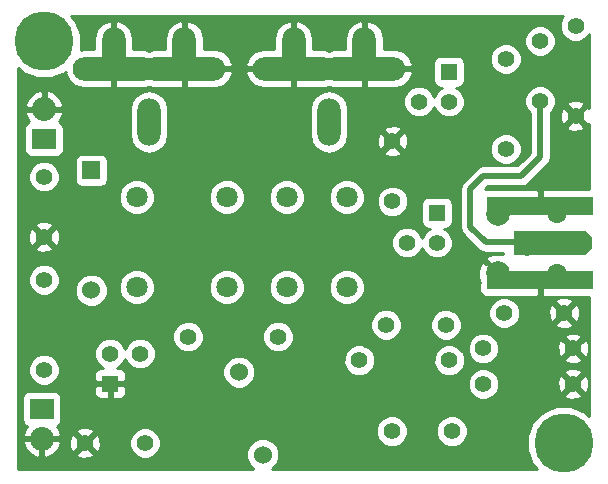
<source format=gtl>
G04 #@! TF.FileFunction,Copper,L1,Top,Signal*
%FSLAX45Y45*%
G04 Gerber Fmt 4.5, Leading zero omitted, Abs format (unit mm)*
G04 Created by KiCad (PCBNEW (2015-08-03 BZR 6047)-product) date Di 04 Aug 2015 09:04:52 CEST*
%MOMM*%
G01*
G04 APERTURE LIST*
%ADD10C,0.150000*%
%ADD11R,2.032000X1.800000*%
%ADD12O,2.032000X2.032000*%
%ADD13C,5.001260*%
%ADD14C,1.524000*%
%ADD15C,1.397000*%
%ADD16C,1.422400*%
%ADD17C,1.798320*%
%ADD18R,1.524000X1.524000*%
%ADD19O,7.000240X1.998980*%
%ADD20O,1.998980X4.000500*%
%ADD21R,8.999220X1.524000*%
%ADD22R,6.096000X1.998980*%
%ADD23C,1.998980*%
%ADD24C,1.600200*%
%ADD25R,1.397000X1.397000*%
%ADD26C,0.508000*%
%ADD27C,0.254000*%
G04 APERTURE END LIST*
D10*
D11*
X12700000Y-7326884D03*
D12*
X12700000Y-7072884D03*
D11*
X12680950Y-9611106D03*
D12*
X12680950Y-9865106D03*
D13*
X17100042Y-9900158D03*
X12700000Y-6499860D03*
D14*
X14550136Y-9999980D03*
X14349984Y-9299956D03*
D15*
X15369032Y-9199880D03*
X16131032Y-9199880D03*
X14680946Y-8999982D03*
X13918946Y-8999982D03*
X16610000Y-7411000D03*
X16610000Y-6649000D03*
X16419068Y-9100058D03*
X17181068Y-9100058D03*
X16419068Y-9400032D03*
X17181068Y-9400032D03*
X17200118Y-6369050D03*
X17200118Y-7131050D03*
X12700000Y-9280906D03*
X12700000Y-8518906D03*
D16*
X15645892Y-9800082D03*
X16153892Y-9800082D03*
D17*
X15263622Y-7818882D03*
X14755622Y-7818882D03*
X14247622Y-7818882D03*
X15263622Y-8580882D03*
X14755622Y-8580882D03*
X14247622Y-8580882D03*
X13485622Y-7818882D03*
X13485622Y-8580882D03*
D18*
X13100050Y-7592060D03*
D14*
X13100050Y-8608060D03*
D15*
X15596108Y-8899906D03*
X16104108Y-8899906D03*
X15649956Y-7853934D03*
X15649956Y-7345934D03*
X16596106Y-8800084D03*
X17104106Y-8800084D03*
X16899890Y-6496050D03*
X16899890Y-7004050D03*
X12700000Y-8153908D03*
X12700000Y-7645908D03*
X13553948Y-9899904D03*
X13045948Y-9899904D03*
D19*
X15413228Y-6731000D03*
X14812772Y-6731000D03*
D20*
X15113000Y-7181088D03*
X14813026Y-6581140D03*
X15412974Y-6581140D03*
D19*
X13889228Y-6731000D03*
X13288772Y-6731000D03*
D20*
X13589000Y-7181088D03*
X13289026Y-6581140D03*
X13888974Y-6581140D03*
D21*
X16899926Y-7890516D03*
D10*
G36*
X17289181Y-8306949D02*
X17289181Y-8107051D01*
X17339219Y-8166995D01*
X17339219Y-8247005D01*
X17289181Y-8306949D01*
X17289181Y-8306949D01*
G37*
D21*
X16899926Y-8522976D03*
D22*
X16984000Y-8207000D03*
D23*
X16789944Y-8212080D03*
D24*
X17039880Y-8462016D03*
X17039880Y-7961890D03*
D23*
X16540008Y-7961890D03*
X16540008Y-8462016D03*
D25*
X13258800Y-9398000D03*
D15*
X13258800Y-9144000D03*
X13512800Y-9144000D03*
D25*
X16027400Y-7950200D03*
D15*
X16027400Y-8204200D03*
X15773400Y-8204200D03*
D25*
X16129000Y-6756400D03*
D15*
X16129000Y-7010400D03*
X15875000Y-7010400D03*
D26*
X16899890Y-7004050D02*
X16899890Y-7479890D01*
X16440000Y-8200000D02*
X16977000Y-8200000D01*
X16310000Y-8070000D02*
X16440000Y-8200000D01*
X16310000Y-7750000D02*
X16310000Y-8070000D01*
X16420220Y-7639780D02*
X16310000Y-7750000D01*
X16740000Y-7639780D02*
X16420220Y-7639780D01*
X16899890Y-7479890D02*
X16740000Y-7639780D01*
X16977000Y-8200000D02*
X16984000Y-8207000D01*
D27*
G36*
X17317466Y-9674129D02*
X17315661Y-9672321D01*
X17315661Y-9419284D01*
X17315661Y-9119310D01*
X17312783Y-9066338D01*
X17298048Y-9030765D01*
X17274487Y-9024600D01*
X17256526Y-9042560D01*
X17256526Y-9006639D01*
X17250361Y-8983078D01*
X17238699Y-8978973D01*
X17238699Y-8819336D01*
X17235821Y-8766364D01*
X17221086Y-8730791D01*
X17197525Y-8724626D01*
X17179564Y-8742586D01*
X17179564Y-8706665D01*
X17173399Y-8683104D01*
X17123358Y-8665491D01*
X17070386Y-8668369D01*
X17034813Y-8683104D01*
X17028648Y-8706665D01*
X17104106Y-8782124D01*
X17179564Y-8706665D01*
X17179564Y-8742586D01*
X17122067Y-8800084D01*
X17197525Y-8875542D01*
X17221086Y-8869377D01*
X17238699Y-8819336D01*
X17238699Y-8978973D01*
X17200320Y-8965465D01*
X17179564Y-8966593D01*
X17179564Y-8893503D01*
X17104106Y-8818045D01*
X17086146Y-8836005D01*
X17086146Y-8800084D01*
X17010687Y-8724626D01*
X16987126Y-8730791D01*
X16969513Y-8780832D01*
X16972391Y-8833804D01*
X16987126Y-8869377D01*
X17010687Y-8875542D01*
X17086146Y-8800084D01*
X17086146Y-8836005D01*
X17028648Y-8893503D01*
X17034813Y-8917064D01*
X17084854Y-8934677D01*
X17137826Y-8931799D01*
X17173399Y-8917064D01*
X17179564Y-8893503D01*
X17179564Y-8966593D01*
X17147348Y-8968343D01*
X17111775Y-8983078D01*
X17105610Y-9006639D01*
X17181068Y-9082098D01*
X17256526Y-9006639D01*
X17256526Y-9042560D01*
X17199029Y-9100058D01*
X17274487Y-9175516D01*
X17298048Y-9169351D01*
X17315661Y-9119310D01*
X17315661Y-9419284D01*
X17312783Y-9366312D01*
X17298048Y-9330739D01*
X17274487Y-9324574D01*
X17256526Y-9342534D01*
X17256526Y-9306613D01*
X17256526Y-9193477D01*
X17181068Y-9118019D01*
X17163108Y-9135979D01*
X17163108Y-9100058D01*
X17087649Y-9024600D01*
X17064088Y-9030765D01*
X17046475Y-9080806D01*
X17049353Y-9133778D01*
X17064088Y-9169351D01*
X17087649Y-9175516D01*
X17163108Y-9100058D01*
X17163108Y-9135979D01*
X17105610Y-9193477D01*
X17111775Y-9217038D01*
X17161816Y-9234651D01*
X17214788Y-9231773D01*
X17250361Y-9217038D01*
X17256526Y-9193477D01*
X17256526Y-9306613D01*
X17250361Y-9283052D01*
X17200320Y-9265439D01*
X17147348Y-9268317D01*
X17111775Y-9283052D01*
X17105610Y-9306613D01*
X17181068Y-9382072D01*
X17256526Y-9306613D01*
X17256526Y-9342534D01*
X17199029Y-9400032D01*
X17274487Y-9475490D01*
X17298048Y-9469325D01*
X17315661Y-9419284D01*
X17315661Y-9672321D01*
X17277893Y-9634487D01*
X17256526Y-9625615D01*
X17256526Y-9493451D01*
X17181068Y-9417993D01*
X17163108Y-9435953D01*
X17163108Y-9400032D01*
X17087649Y-9324574D01*
X17064088Y-9330739D01*
X17046475Y-9380780D01*
X17049353Y-9433752D01*
X17064088Y-9469325D01*
X17087649Y-9475490D01*
X17163108Y-9400032D01*
X17163108Y-9435953D01*
X17105610Y-9493451D01*
X17111775Y-9517012D01*
X17161816Y-9534625D01*
X17214788Y-9531747D01*
X17250361Y-9517012D01*
X17256526Y-9493451D01*
X17256526Y-9625615D01*
X17162687Y-9586650D01*
X17037944Y-9586541D01*
X16922655Y-9634177D01*
X16834371Y-9722307D01*
X16786534Y-9837513D01*
X16786425Y-9962256D01*
X16834061Y-10077545D01*
X16873775Y-10117328D01*
X16729479Y-10117328D01*
X16729479Y-8773675D01*
X16709221Y-8724646D01*
X16671741Y-8687101D01*
X16622747Y-8666757D01*
X16569697Y-8666711D01*
X16520668Y-8686969D01*
X16483123Y-8724449D01*
X16462779Y-8773443D01*
X16462733Y-8826493D01*
X16482991Y-8875522D01*
X16520471Y-8913067D01*
X16569465Y-8933411D01*
X16622515Y-8933457D01*
X16671544Y-8913199D01*
X16709089Y-8875719D01*
X16729433Y-8826725D01*
X16729479Y-8773675D01*
X16729479Y-10117328D01*
X16552441Y-10117328D01*
X16552441Y-9373623D01*
X16552441Y-9073649D01*
X16532183Y-9024620D01*
X16494703Y-8987075D01*
X16445709Y-8966731D01*
X16392659Y-8966685D01*
X16343630Y-8986943D01*
X16306085Y-9024423D01*
X16285741Y-9073417D01*
X16285695Y-9126467D01*
X16305953Y-9175496D01*
X16343433Y-9213041D01*
X16392427Y-9233385D01*
X16445477Y-9233431D01*
X16494506Y-9213173D01*
X16532051Y-9175693D01*
X16552395Y-9126699D01*
X16552441Y-9073649D01*
X16552441Y-9373623D01*
X16532183Y-9324594D01*
X16494703Y-9287049D01*
X16445709Y-9266705D01*
X16392659Y-9266659D01*
X16343630Y-9286917D01*
X16306085Y-9324397D01*
X16285741Y-9373391D01*
X16285695Y-9426441D01*
X16305953Y-9475470D01*
X16343433Y-9513015D01*
X16392427Y-9533359D01*
X16445477Y-9533405D01*
X16494506Y-9513147D01*
X16532051Y-9475667D01*
X16552395Y-9426673D01*
X16552441Y-9373623D01*
X16552441Y-10117328D01*
X16288535Y-10117328D01*
X16288535Y-9773422D01*
X16268084Y-9723926D01*
X16264405Y-9720240D01*
X16264405Y-9173471D01*
X16244147Y-9124442D01*
X16237481Y-9117765D01*
X16237481Y-8873497D01*
X16217223Y-8824468D01*
X16179743Y-8786923D01*
X16161994Y-8779553D01*
X16161994Y-8020050D01*
X16161994Y-7880350D01*
X16157296Y-7856138D01*
X16143317Y-7834857D01*
X16122214Y-7820612D01*
X16097250Y-7815606D01*
X15957550Y-7815606D01*
X15933338Y-7820304D01*
X15912057Y-7834283D01*
X15897812Y-7855386D01*
X15892806Y-7880350D01*
X15892806Y-8020050D01*
X15897504Y-8044262D01*
X15911483Y-8065543D01*
X15932586Y-8079788D01*
X15957550Y-8084794D01*
X15967188Y-8084794D01*
X15951962Y-8091085D01*
X15914417Y-8128565D01*
X15900391Y-8162345D01*
X15886515Y-8128762D01*
X15849035Y-8091217D01*
X15800041Y-8070873D01*
X15784549Y-8070860D01*
X15784549Y-7365186D01*
X15781671Y-7312214D01*
X15766936Y-7276641D01*
X15743375Y-7270476D01*
X15725414Y-7288436D01*
X15725414Y-7252515D01*
X15719249Y-7228954D01*
X15669208Y-7211341D01*
X15616236Y-7214219D01*
X15580663Y-7228954D01*
X15574498Y-7252515D01*
X15649956Y-7327973D01*
X15725414Y-7252515D01*
X15725414Y-7288436D01*
X15667916Y-7345934D01*
X15743375Y-7421392D01*
X15766936Y-7415227D01*
X15784549Y-7365186D01*
X15784549Y-8070860D01*
X15783329Y-8070859D01*
X15783329Y-7827525D01*
X15763071Y-7778496D01*
X15725591Y-7740951D01*
X15725414Y-7740878D01*
X15725414Y-7439353D01*
X15649956Y-7363894D01*
X15631995Y-7381855D01*
X15631995Y-7345934D01*
X15556537Y-7270476D01*
X15532976Y-7276641D01*
X15515363Y-7326682D01*
X15518241Y-7379654D01*
X15532976Y-7415227D01*
X15556537Y-7421392D01*
X15631995Y-7345934D01*
X15631995Y-7381855D01*
X15574498Y-7439353D01*
X15580663Y-7462914D01*
X15630704Y-7480527D01*
X15683676Y-7477649D01*
X15719249Y-7462914D01*
X15725414Y-7439353D01*
X15725414Y-7740878D01*
X15676597Y-7720607D01*
X15623547Y-7720561D01*
X15574518Y-7740819D01*
X15536973Y-7778299D01*
X15516629Y-7827293D01*
X15516583Y-7880343D01*
X15536841Y-7929372D01*
X15574321Y-7966917D01*
X15623315Y-7987261D01*
X15676365Y-7987307D01*
X15725394Y-7967049D01*
X15762939Y-7929569D01*
X15783283Y-7880575D01*
X15783329Y-7827525D01*
X15783329Y-8070859D01*
X15746991Y-8070827D01*
X15697962Y-8091085D01*
X15660417Y-8128565D01*
X15640073Y-8177559D01*
X15640027Y-8230609D01*
X15660285Y-8279638D01*
X15697765Y-8317183D01*
X15746759Y-8337527D01*
X15799809Y-8337573D01*
X15848838Y-8317315D01*
X15886383Y-8279835D01*
X15900409Y-8246055D01*
X15914285Y-8279638D01*
X15951765Y-8317183D01*
X16000759Y-8337527D01*
X16053809Y-8337573D01*
X16102838Y-8317315D01*
X16140383Y-8279835D01*
X16160727Y-8230841D01*
X16160773Y-8177791D01*
X16140515Y-8128762D01*
X16103035Y-8091217D01*
X16087566Y-8084794D01*
X16097250Y-8084794D01*
X16121462Y-8080096D01*
X16142743Y-8066117D01*
X16156988Y-8045014D01*
X16161994Y-8020050D01*
X16161994Y-8779553D01*
X16130749Y-8766579D01*
X16077699Y-8766533D01*
X16028670Y-8786791D01*
X15991125Y-8824271D01*
X15970781Y-8873265D01*
X15970735Y-8926315D01*
X15990993Y-8975344D01*
X16028473Y-9012889D01*
X16077467Y-9033233D01*
X16130517Y-9033279D01*
X16179546Y-9013021D01*
X16217091Y-8975541D01*
X16237435Y-8926547D01*
X16237481Y-8873497D01*
X16237481Y-9117765D01*
X16206667Y-9086897D01*
X16157673Y-9066553D01*
X16104623Y-9066507D01*
X16055594Y-9086765D01*
X16018049Y-9124245D01*
X15997705Y-9173239D01*
X15997659Y-9226289D01*
X16017917Y-9275318D01*
X16055397Y-9312863D01*
X16104391Y-9333207D01*
X16157441Y-9333253D01*
X16206470Y-9312995D01*
X16244015Y-9275515D01*
X16264359Y-9226521D01*
X16264405Y-9173471D01*
X16264405Y-9720240D01*
X16230248Y-9686023D01*
X16180787Y-9665485D01*
X16127232Y-9665439D01*
X16077735Y-9685890D01*
X16039833Y-9723726D01*
X16019295Y-9773187D01*
X16019249Y-9826742D01*
X16039700Y-9876239D01*
X16077536Y-9914141D01*
X16126997Y-9934679D01*
X16180552Y-9934725D01*
X16230048Y-9914274D01*
X16267951Y-9876438D01*
X16288489Y-9826977D01*
X16288535Y-9773422D01*
X16288535Y-10117328D01*
X15780535Y-10117328D01*
X15780535Y-9773422D01*
X15760084Y-9723926D01*
X15729481Y-9693269D01*
X15729481Y-8873497D01*
X15709223Y-8824468D01*
X15671743Y-8786923D01*
X15622749Y-8766579D01*
X15569699Y-8766533D01*
X15520670Y-8786791D01*
X15483125Y-8824271D01*
X15462781Y-8873265D01*
X15462735Y-8926315D01*
X15482993Y-8975344D01*
X15520473Y-9012889D01*
X15569467Y-9033233D01*
X15622517Y-9033279D01*
X15671546Y-9013021D01*
X15709091Y-8975541D01*
X15729435Y-8926547D01*
X15729481Y-8873497D01*
X15729481Y-9693269D01*
X15722248Y-9686023D01*
X15672787Y-9665485D01*
X15619232Y-9665439D01*
X15569735Y-9685890D01*
X15531833Y-9723726D01*
X15511295Y-9773187D01*
X15511249Y-9826742D01*
X15531700Y-9876239D01*
X15569536Y-9914141D01*
X15618997Y-9934679D01*
X15672552Y-9934725D01*
X15722048Y-9914274D01*
X15759951Y-9876438D01*
X15780489Y-9826977D01*
X15780535Y-9773422D01*
X15780535Y-10117328D01*
X15502405Y-10117328D01*
X15502405Y-9173471D01*
X15482147Y-9124442D01*
X15444667Y-9086897D01*
X15417065Y-9075436D01*
X15417065Y-8550500D01*
X15417065Y-7788500D01*
X15400528Y-7748478D01*
X15400528Y-6894449D01*
X15400528Y-6743700D01*
X15400274Y-6743700D01*
X15400274Y-6718300D01*
X15400528Y-6718300D01*
X15400528Y-6567551D01*
X15400274Y-6567551D01*
X15400274Y-6334037D01*
X15374939Y-6322102D01*
X15362158Y-6325197D01*
X15306378Y-6356508D01*
X15266827Y-6406781D01*
X15249525Y-6468364D01*
X15249525Y-6567551D01*
X15150465Y-6567551D01*
X15113000Y-6578077D01*
X15075535Y-6567551D01*
X14976475Y-6567551D01*
X14976475Y-6468364D01*
X14959173Y-6406781D01*
X14919622Y-6356508D01*
X14863842Y-6325197D01*
X14851061Y-6322102D01*
X14825726Y-6334037D01*
X14825726Y-6567551D01*
X14825472Y-6567551D01*
X14825472Y-6718300D01*
X14825726Y-6718300D01*
X14825726Y-6743700D01*
X14825472Y-6743700D01*
X14825472Y-6894449D01*
X15075535Y-6894449D01*
X15113000Y-6883923D01*
X15150465Y-6894449D01*
X15400528Y-6894449D01*
X15400528Y-7748478D01*
X15393758Y-7732092D01*
X15350639Y-7688898D01*
X15294272Y-7665493D01*
X15276449Y-7665477D01*
X15276449Y-7286327D01*
X15276449Y-7075849D01*
X15264007Y-7013300D01*
X15228576Y-6960273D01*
X15175549Y-6924842D01*
X15113000Y-6912400D01*
X15050451Y-6924842D01*
X14997424Y-6960273D01*
X14961993Y-7013300D01*
X14949551Y-7075849D01*
X14949551Y-7286327D01*
X14961993Y-7348876D01*
X14997424Y-7401903D01*
X15050451Y-7437334D01*
X15113000Y-7449776D01*
X15175549Y-7437334D01*
X15228576Y-7401903D01*
X15264007Y-7348876D01*
X15276449Y-7286327D01*
X15276449Y-7665477D01*
X15233240Y-7665439D01*
X15176832Y-7688746D01*
X15133638Y-7731865D01*
X15110233Y-7788232D01*
X15110179Y-7849264D01*
X15133486Y-7905672D01*
X15176605Y-7948866D01*
X15232972Y-7972271D01*
X15294004Y-7972325D01*
X15350412Y-7949018D01*
X15393606Y-7905899D01*
X15417011Y-7849532D01*
X15417065Y-7788500D01*
X15417065Y-8550500D01*
X15393758Y-8494092D01*
X15350639Y-8450898D01*
X15294272Y-8427493D01*
X15233240Y-8427439D01*
X15176832Y-8450746D01*
X15133638Y-8493865D01*
X15110233Y-8550232D01*
X15110179Y-8611264D01*
X15133486Y-8667672D01*
X15176605Y-8710866D01*
X15232972Y-8734271D01*
X15294004Y-8734325D01*
X15350412Y-8711018D01*
X15393606Y-8667899D01*
X15417011Y-8611532D01*
X15417065Y-8550500D01*
X15417065Y-9075436D01*
X15395673Y-9066553D01*
X15342623Y-9066507D01*
X15293594Y-9086765D01*
X15256049Y-9124245D01*
X15235705Y-9173239D01*
X15235659Y-9226289D01*
X15255917Y-9275318D01*
X15293397Y-9312863D01*
X15342391Y-9333207D01*
X15395441Y-9333253D01*
X15444470Y-9312995D01*
X15482015Y-9275515D01*
X15502359Y-9226521D01*
X15502405Y-9173471D01*
X15502405Y-10117328D01*
X14909065Y-10117328D01*
X14909065Y-8550500D01*
X14909065Y-7788500D01*
X14885758Y-7732092D01*
X14842639Y-7688898D01*
X14800326Y-7671328D01*
X14800326Y-6828242D01*
X14800326Y-6593840D01*
X14800072Y-6593840D01*
X14800072Y-6568440D01*
X14800326Y-6568440D01*
X14800326Y-6334037D01*
X14774991Y-6322102D01*
X14762210Y-6325197D01*
X14706430Y-6356508D01*
X14666879Y-6406781D01*
X14649577Y-6468364D01*
X14649577Y-6567551D01*
X14550009Y-6567551D01*
X14488426Y-6584853D01*
X14438153Y-6624404D01*
X14406842Y-6680184D01*
X14403747Y-6692965D01*
X14415682Y-6718300D01*
X14656428Y-6718300D01*
X14663564Y-6743700D01*
X14415682Y-6743700D01*
X14403747Y-6769035D01*
X14406842Y-6781816D01*
X14438153Y-6837596D01*
X14488426Y-6877147D01*
X14550009Y-6894449D01*
X14800072Y-6894449D01*
X14800072Y-6828362D01*
X14800326Y-6828242D01*
X14800326Y-7671328D01*
X14786272Y-7665493D01*
X14725240Y-7665439D01*
X14668832Y-7688746D01*
X14625638Y-7731865D01*
X14602233Y-7788232D01*
X14602179Y-7849264D01*
X14625486Y-7905672D01*
X14668605Y-7948866D01*
X14724972Y-7972271D01*
X14786004Y-7972325D01*
X14842412Y-7949018D01*
X14885606Y-7905899D01*
X14909011Y-7849532D01*
X14909065Y-7788500D01*
X14909065Y-8550500D01*
X14885758Y-8494092D01*
X14842639Y-8450898D01*
X14786272Y-8427493D01*
X14725240Y-8427439D01*
X14668832Y-8450746D01*
X14625638Y-8493865D01*
X14602233Y-8550232D01*
X14602179Y-8611264D01*
X14625486Y-8667672D01*
X14668605Y-8710866D01*
X14724972Y-8734271D01*
X14786004Y-8734325D01*
X14842412Y-8711018D01*
X14885606Y-8667899D01*
X14909011Y-8611532D01*
X14909065Y-8550500D01*
X14909065Y-10117328D01*
X14814319Y-10117328D01*
X14814319Y-8973573D01*
X14794061Y-8924544D01*
X14756581Y-8886999D01*
X14707587Y-8866655D01*
X14654537Y-8866609D01*
X14605508Y-8886867D01*
X14567963Y-8924347D01*
X14547619Y-8973341D01*
X14547573Y-9026391D01*
X14567831Y-9075420D01*
X14605311Y-9112965D01*
X14654305Y-9133309D01*
X14707355Y-9133355D01*
X14756384Y-9113097D01*
X14793929Y-9075617D01*
X14814273Y-9026623D01*
X14814319Y-8973573D01*
X14814319Y-10117328D01*
X14630321Y-10117328D01*
X14668499Y-10079217D01*
X14689812Y-10027890D01*
X14689860Y-9972314D01*
X14668637Y-9920950D01*
X14629373Y-9881617D01*
X14578046Y-9860304D01*
X14522470Y-9860256D01*
X14489708Y-9873793D01*
X14489708Y-9272290D01*
X14468485Y-9220926D01*
X14429221Y-9181593D01*
X14401065Y-9169902D01*
X14401065Y-8550500D01*
X14401065Y-7788500D01*
X14377758Y-7732092D01*
X14334639Y-7688898D01*
X14298253Y-7673789D01*
X14298253Y-6769035D01*
X14286317Y-6743700D01*
X14038436Y-6743700D01*
X14045572Y-6718300D01*
X14286317Y-6718300D01*
X14298253Y-6692965D01*
X14295158Y-6680184D01*
X14263847Y-6624404D01*
X14213573Y-6584853D01*
X14151991Y-6567551D01*
X14052423Y-6567551D01*
X14052423Y-6468364D01*
X14035121Y-6406781D01*
X13995570Y-6356508D01*
X13939790Y-6325197D01*
X13927009Y-6322102D01*
X13901674Y-6334037D01*
X13901674Y-6568440D01*
X13901928Y-6568440D01*
X13901928Y-6593840D01*
X13901674Y-6593840D01*
X13901674Y-6828242D01*
X13901928Y-6828362D01*
X13901928Y-6894449D01*
X14151991Y-6894449D01*
X14213573Y-6877147D01*
X14263847Y-6837596D01*
X14295158Y-6781816D01*
X14298253Y-6769035D01*
X14298253Y-7673789D01*
X14278272Y-7665493D01*
X14217240Y-7665439D01*
X14160832Y-7688746D01*
X14117638Y-7731865D01*
X14094233Y-7788232D01*
X14094179Y-7849264D01*
X14117486Y-7905672D01*
X14160605Y-7948866D01*
X14216972Y-7972271D01*
X14278004Y-7972325D01*
X14334412Y-7949018D01*
X14377606Y-7905899D01*
X14401011Y-7849532D01*
X14401065Y-7788500D01*
X14401065Y-8550500D01*
X14377758Y-8494092D01*
X14334639Y-8450898D01*
X14278272Y-8427493D01*
X14217240Y-8427439D01*
X14160832Y-8450746D01*
X14117638Y-8493865D01*
X14094233Y-8550232D01*
X14094179Y-8611264D01*
X14117486Y-8667672D01*
X14160605Y-8710866D01*
X14216972Y-8734271D01*
X14278004Y-8734325D01*
X14334412Y-8711018D01*
X14377606Y-8667899D01*
X14401011Y-8611532D01*
X14401065Y-8550500D01*
X14401065Y-9169902D01*
X14377894Y-9160280D01*
X14322318Y-9160232D01*
X14270954Y-9181455D01*
X14231621Y-9220719D01*
X14210308Y-9272046D01*
X14210260Y-9327622D01*
X14231483Y-9378986D01*
X14270747Y-9418319D01*
X14322074Y-9439632D01*
X14377650Y-9439680D01*
X14429014Y-9418457D01*
X14468347Y-9379193D01*
X14489660Y-9327866D01*
X14489708Y-9272290D01*
X14489708Y-9873793D01*
X14471106Y-9881479D01*
X14431773Y-9920743D01*
X14410460Y-9972070D01*
X14410412Y-10027646D01*
X14431635Y-10079010D01*
X14469886Y-10117328D01*
X14052319Y-10117328D01*
X14052319Y-8973573D01*
X14032061Y-8924544D01*
X13994581Y-8886999D01*
X13945587Y-8866655D01*
X13892537Y-8866609D01*
X13876528Y-8873224D01*
X13876528Y-6894449D01*
X13876528Y-6743700D01*
X13876274Y-6743700D01*
X13876274Y-6718300D01*
X13876528Y-6718300D01*
X13876528Y-6567551D01*
X13876274Y-6567551D01*
X13876274Y-6334037D01*
X13850939Y-6322102D01*
X13838158Y-6325197D01*
X13782378Y-6356508D01*
X13742827Y-6406781D01*
X13725525Y-6468364D01*
X13725525Y-6567551D01*
X13626465Y-6567551D01*
X13589000Y-6578077D01*
X13551535Y-6567551D01*
X13452475Y-6567551D01*
X13452475Y-6468364D01*
X13435173Y-6406781D01*
X13395622Y-6356508D01*
X13339842Y-6325197D01*
X13327061Y-6322102D01*
X13301726Y-6334037D01*
X13301726Y-6567551D01*
X13301472Y-6567551D01*
X13301472Y-6718300D01*
X13301726Y-6718300D01*
X13301726Y-6743700D01*
X13301472Y-6743700D01*
X13301472Y-6894449D01*
X13551535Y-6894449D01*
X13589000Y-6883923D01*
X13626465Y-6894449D01*
X13876528Y-6894449D01*
X13876528Y-8873224D01*
X13843508Y-8886867D01*
X13805963Y-8924347D01*
X13785619Y-8973341D01*
X13785573Y-9026391D01*
X13805831Y-9075420D01*
X13843311Y-9112965D01*
X13892305Y-9133309D01*
X13945355Y-9133355D01*
X13994384Y-9113097D01*
X14031929Y-9075617D01*
X14052273Y-9026623D01*
X14052319Y-8973573D01*
X14052319Y-10117328D01*
X13752449Y-10117328D01*
X13752449Y-7286327D01*
X13752449Y-7075849D01*
X13740007Y-7013300D01*
X13704576Y-6960273D01*
X13651549Y-6924842D01*
X13589000Y-6912400D01*
X13526451Y-6924842D01*
X13473424Y-6960273D01*
X13437993Y-7013300D01*
X13425551Y-7075849D01*
X13425551Y-7286327D01*
X13437993Y-7348876D01*
X13473424Y-7401903D01*
X13526451Y-7437334D01*
X13589000Y-7449776D01*
X13651549Y-7437334D01*
X13704576Y-7401903D01*
X13740007Y-7348876D01*
X13752449Y-7286327D01*
X13752449Y-10117328D01*
X13687321Y-10117328D01*
X13687321Y-9873495D01*
X13667063Y-9824466D01*
X13646173Y-9803540D01*
X13646173Y-9117591D01*
X13639065Y-9100387D01*
X13639065Y-8550500D01*
X13639065Y-7788500D01*
X13615758Y-7732092D01*
X13572639Y-7688898D01*
X13516272Y-7665493D01*
X13455240Y-7665439D01*
X13398832Y-7688746D01*
X13355638Y-7731865D01*
X13332233Y-7788232D01*
X13332179Y-7849264D01*
X13355486Y-7905672D01*
X13398605Y-7948866D01*
X13454972Y-7972271D01*
X13516004Y-7972325D01*
X13572412Y-7949018D01*
X13615606Y-7905899D01*
X13639011Y-7849532D01*
X13639065Y-7788500D01*
X13639065Y-8550500D01*
X13615758Y-8494092D01*
X13572639Y-8450898D01*
X13516272Y-8427493D01*
X13455240Y-8427439D01*
X13398832Y-8450746D01*
X13355638Y-8493865D01*
X13332233Y-8550232D01*
X13332179Y-8611264D01*
X13355486Y-8667672D01*
X13398605Y-8710866D01*
X13454972Y-8734271D01*
X13516004Y-8734325D01*
X13572412Y-8711018D01*
X13615606Y-8667899D01*
X13639011Y-8611532D01*
X13639065Y-8550500D01*
X13639065Y-9100387D01*
X13625915Y-9068562D01*
X13588435Y-9031017D01*
X13539441Y-9010673D01*
X13486391Y-9010627D01*
X13437362Y-9030885D01*
X13399817Y-9068365D01*
X13385791Y-9102145D01*
X13371915Y-9068562D01*
X13334435Y-9031017D01*
X13285441Y-9010673D01*
X13240994Y-9010634D01*
X13240994Y-7668260D01*
X13240994Y-7515860D01*
X13236296Y-7491648D01*
X13222317Y-7470367D01*
X13201214Y-7456122D01*
X13176250Y-7451116D01*
X13023850Y-7451116D01*
X12999638Y-7455814D01*
X12978357Y-7469793D01*
X12964112Y-7490896D01*
X12959106Y-7515860D01*
X12959106Y-7668260D01*
X12963804Y-7692472D01*
X12977783Y-7713753D01*
X12998886Y-7727998D01*
X13023850Y-7733004D01*
X13176250Y-7733004D01*
X13200462Y-7728306D01*
X13221743Y-7714327D01*
X13235988Y-7693224D01*
X13240994Y-7668260D01*
X13240994Y-9010634D01*
X13239774Y-9010633D01*
X13239774Y-8580394D01*
X13218551Y-8529030D01*
X13179287Y-8489697D01*
X13127960Y-8468384D01*
X13072384Y-8468336D01*
X13021020Y-8489559D01*
X12981687Y-8528823D01*
X12960374Y-8580150D01*
X12960326Y-8635726D01*
X12981549Y-8687090D01*
X13020813Y-8726423D01*
X13072140Y-8747736D01*
X13127716Y-8747784D01*
X13179080Y-8726561D01*
X13218413Y-8687297D01*
X13239726Y-8635970D01*
X13239774Y-8580394D01*
X13239774Y-9010633D01*
X13232391Y-9010627D01*
X13183362Y-9030885D01*
X13145817Y-9068365D01*
X13125473Y-9117359D01*
X13125427Y-9170409D01*
X13145685Y-9219438D01*
X13183165Y-9256983D01*
X13201629Y-9264650D01*
X13176319Y-9264650D01*
X13152980Y-9274317D01*
X13135117Y-9292180D01*
X13125450Y-9315519D01*
X13125450Y-9340781D01*
X13125450Y-9369425D01*
X13141325Y-9385300D01*
X13246100Y-9385300D01*
X13246100Y-9383300D01*
X13271500Y-9383300D01*
X13271500Y-9385300D01*
X13376275Y-9385300D01*
X13392150Y-9369425D01*
X13392150Y-9340781D01*
X13392150Y-9315519D01*
X13382483Y-9292180D01*
X13364620Y-9274317D01*
X13341281Y-9264650D01*
X13316001Y-9264650D01*
X13334238Y-9257115D01*
X13371783Y-9219635D01*
X13385809Y-9185855D01*
X13399685Y-9219438D01*
X13437165Y-9256983D01*
X13486159Y-9277327D01*
X13539209Y-9277373D01*
X13588238Y-9257115D01*
X13625783Y-9219635D01*
X13646127Y-9170641D01*
X13646173Y-9117591D01*
X13646173Y-9803540D01*
X13629583Y-9786921D01*
X13580589Y-9766577D01*
X13527539Y-9766531D01*
X13478510Y-9786789D01*
X13440965Y-9824269D01*
X13420621Y-9873263D01*
X13420575Y-9926313D01*
X13440833Y-9975342D01*
X13478313Y-10012887D01*
X13527307Y-10033231D01*
X13580357Y-10033277D01*
X13629386Y-10013019D01*
X13666931Y-9975539D01*
X13687275Y-9926545D01*
X13687321Y-9873495D01*
X13687321Y-10117328D01*
X13392150Y-10117328D01*
X13392150Y-9480481D01*
X13392150Y-9455219D01*
X13392150Y-9426575D01*
X13376275Y-9410700D01*
X13271500Y-9410700D01*
X13271500Y-9515475D01*
X13287375Y-9531350D01*
X13341281Y-9531350D01*
X13364620Y-9521683D01*
X13382483Y-9503820D01*
X13392150Y-9480481D01*
X13392150Y-10117328D01*
X13246100Y-10117328D01*
X13246100Y-9515475D01*
X13246100Y-9410700D01*
X13141325Y-9410700D01*
X13125450Y-9426575D01*
X13125450Y-9455219D01*
X13125450Y-9480481D01*
X13135117Y-9503820D01*
X13152980Y-9521683D01*
X13176319Y-9531350D01*
X13230225Y-9531350D01*
X13246100Y-9515475D01*
X13246100Y-10117328D01*
X13180541Y-10117328D01*
X13180541Y-9919156D01*
X13177663Y-9866184D01*
X13162928Y-9830611D01*
X13139367Y-9824446D01*
X13121406Y-9842406D01*
X13121406Y-9806485D01*
X13115241Y-9782924D01*
X13065200Y-9765311D01*
X13012228Y-9768189D01*
X12976655Y-9782924D01*
X12970490Y-9806485D01*
X13045948Y-9881944D01*
X13121406Y-9806485D01*
X13121406Y-9842406D01*
X13063908Y-9899904D01*
X13139367Y-9975362D01*
X13162928Y-9969197D01*
X13180541Y-9919156D01*
X13180541Y-10117328D01*
X13121406Y-10117328D01*
X13121406Y-9993323D01*
X13045948Y-9917865D01*
X13027987Y-9935825D01*
X13027987Y-9899904D01*
X12952529Y-9824446D01*
X12928968Y-9830611D01*
X12911355Y-9880652D01*
X12914233Y-9933624D01*
X12928968Y-9969197D01*
X12952529Y-9975362D01*
X13027987Y-9899904D01*
X13027987Y-9935825D01*
X12970490Y-9993323D01*
X12976655Y-10016884D01*
X13026696Y-10034497D01*
X13079668Y-10031619D01*
X13115241Y-10016884D01*
X13121406Y-9993323D01*
X13121406Y-10117328D01*
X12866344Y-10117328D01*
X12866344Y-7416884D01*
X12866344Y-7236884D01*
X12861646Y-7212672D01*
X12847667Y-7191391D01*
X12826564Y-7177146D01*
X12825863Y-7177006D01*
X12833719Y-7169722D01*
X12860598Y-7111179D01*
X12860598Y-7034589D01*
X12833719Y-6976046D01*
X12786482Y-6932245D01*
X12738294Y-6912286D01*
X12712700Y-6924200D01*
X12712700Y-7060184D01*
X12848737Y-7060184D01*
X12860598Y-7034589D01*
X12860598Y-7111179D01*
X12848737Y-7085584D01*
X12712700Y-7085584D01*
X12712700Y-7087584D01*
X12687300Y-7087584D01*
X12687300Y-7085584D01*
X12687300Y-7060184D01*
X12687300Y-6924200D01*
X12661706Y-6912286D01*
X12613518Y-6932245D01*
X12566281Y-6976046D01*
X12539402Y-7034589D01*
X12551263Y-7060184D01*
X12687300Y-7060184D01*
X12687300Y-7085584D01*
X12551263Y-7085584D01*
X12539402Y-7111179D01*
X12566281Y-7169722D01*
X12574052Y-7176927D01*
X12552907Y-7190817D01*
X12538662Y-7211920D01*
X12533656Y-7236884D01*
X12533656Y-7416884D01*
X12538354Y-7441096D01*
X12552333Y-7462377D01*
X12573436Y-7476622D01*
X12598400Y-7481628D01*
X12801600Y-7481628D01*
X12825812Y-7476930D01*
X12847093Y-7462951D01*
X12861338Y-7441848D01*
X12866344Y-7416884D01*
X12866344Y-10117328D01*
X12847294Y-10117328D01*
X12847294Y-9701106D01*
X12847294Y-9521106D01*
X12842596Y-9496894D01*
X12834593Y-9484710D01*
X12834593Y-8173160D01*
X12833373Y-8150711D01*
X12833373Y-7619499D01*
X12813115Y-7570470D01*
X12775635Y-7532925D01*
X12726641Y-7512581D01*
X12673591Y-7512535D01*
X12624562Y-7532793D01*
X12587017Y-7570273D01*
X12566673Y-7619267D01*
X12566627Y-7672317D01*
X12586885Y-7721346D01*
X12624365Y-7758891D01*
X12673359Y-7779235D01*
X12726409Y-7779281D01*
X12775438Y-7759023D01*
X12812983Y-7721543D01*
X12833327Y-7672549D01*
X12833373Y-7619499D01*
X12833373Y-8150711D01*
X12831715Y-8120188D01*
X12816980Y-8084615D01*
X12793419Y-8078450D01*
X12775458Y-8096410D01*
X12775458Y-8060489D01*
X12769293Y-8036928D01*
X12719252Y-8019315D01*
X12666280Y-8022193D01*
X12630707Y-8036928D01*
X12624542Y-8060489D01*
X12700000Y-8135947D01*
X12775458Y-8060489D01*
X12775458Y-8096410D01*
X12717960Y-8153908D01*
X12793419Y-8229366D01*
X12816980Y-8223201D01*
X12834593Y-8173160D01*
X12834593Y-9484710D01*
X12833373Y-9482853D01*
X12833373Y-9254497D01*
X12833373Y-8492497D01*
X12813115Y-8443468D01*
X12775635Y-8405923D01*
X12775458Y-8405850D01*
X12775458Y-8247327D01*
X12700000Y-8171868D01*
X12682039Y-8189829D01*
X12682039Y-8153908D01*
X12606581Y-8078450D01*
X12583020Y-8084615D01*
X12565407Y-8134656D01*
X12568285Y-8187628D01*
X12583020Y-8223201D01*
X12606581Y-8229366D01*
X12682039Y-8153908D01*
X12682039Y-8189829D01*
X12624542Y-8247327D01*
X12630707Y-8270888D01*
X12680748Y-8288501D01*
X12733720Y-8285623D01*
X12769293Y-8270888D01*
X12775458Y-8247327D01*
X12775458Y-8405850D01*
X12726641Y-8385579D01*
X12673591Y-8385533D01*
X12624562Y-8405791D01*
X12587017Y-8443271D01*
X12566673Y-8492265D01*
X12566627Y-8545315D01*
X12586885Y-8594344D01*
X12624365Y-8631889D01*
X12673359Y-8652233D01*
X12726409Y-8652279D01*
X12775438Y-8632021D01*
X12812983Y-8594541D01*
X12833327Y-8545547D01*
X12833373Y-8492497D01*
X12833373Y-9254497D01*
X12813115Y-9205468D01*
X12775635Y-9167923D01*
X12726641Y-9147579D01*
X12673591Y-9147533D01*
X12624562Y-9167791D01*
X12587017Y-9205271D01*
X12566673Y-9254265D01*
X12566627Y-9307315D01*
X12586885Y-9356344D01*
X12624365Y-9393889D01*
X12673359Y-9414233D01*
X12726409Y-9414279D01*
X12775438Y-9394021D01*
X12812983Y-9356541D01*
X12833327Y-9307547D01*
X12833373Y-9254497D01*
X12833373Y-9482853D01*
X12828617Y-9475613D01*
X12807514Y-9461368D01*
X12782550Y-9456362D01*
X12579350Y-9456362D01*
X12555138Y-9461060D01*
X12533857Y-9475039D01*
X12519612Y-9496142D01*
X12514606Y-9521106D01*
X12514606Y-9701106D01*
X12519304Y-9725318D01*
X12533283Y-9746599D01*
X12554386Y-9760844D01*
X12555086Y-9760984D01*
X12547231Y-9768268D01*
X12520352Y-9826811D01*
X12532213Y-9852406D01*
X12668250Y-9852406D01*
X12668250Y-9850406D01*
X12693650Y-9850406D01*
X12693650Y-9852406D01*
X12829687Y-9852406D01*
X12841548Y-9826811D01*
X12814669Y-9768268D01*
X12806898Y-9761063D01*
X12828043Y-9747173D01*
X12842288Y-9726070D01*
X12847294Y-9701106D01*
X12847294Y-10117328D01*
X12841548Y-10117328D01*
X12841548Y-9903401D01*
X12829687Y-9877806D01*
X12693650Y-9877806D01*
X12693650Y-10013790D01*
X12719244Y-10025704D01*
X12767432Y-10005745D01*
X12814669Y-9961944D01*
X12841548Y-9903401D01*
X12841548Y-10117328D01*
X12668250Y-10117328D01*
X12668250Y-10013790D01*
X12668250Y-9877806D01*
X12532213Y-9877806D01*
X12520352Y-9903401D01*
X12547231Y-9961944D01*
X12594468Y-10005745D01*
X12642656Y-10025704D01*
X12668250Y-10013790D01*
X12668250Y-10117328D01*
X12482576Y-10117328D01*
X12482576Y-6725889D01*
X12522149Y-6765531D01*
X12637355Y-6813368D01*
X12762098Y-6813477D01*
X12877387Y-6765841D01*
X12884683Y-6758557D01*
X12879747Y-6769035D01*
X12882842Y-6781816D01*
X12914153Y-6837596D01*
X12964426Y-6877147D01*
X13026009Y-6894449D01*
X13276072Y-6894449D01*
X13276072Y-6828362D01*
X13276326Y-6828242D01*
X13276326Y-6593840D01*
X13276072Y-6593840D01*
X13276072Y-6568440D01*
X13276326Y-6568440D01*
X13276326Y-6334037D01*
X13250991Y-6322102D01*
X13238210Y-6325197D01*
X13182430Y-6356508D01*
X13142879Y-6406781D01*
X13125577Y-6468364D01*
X13125577Y-6567551D01*
X13026009Y-6567551D01*
X13009486Y-6572193D01*
X13013508Y-6562505D01*
X13013617Y-6437762D01*
X12965981Y-6322473D01*
X12926014Y-6282436D01*
X17098133Y-6282436D01*
X17087135Y-6293415D01*
X17066791Y-6342409D01*
X17066745Y-6395459D01*
X17087003Y-6444488D01*
X17124483Y-6482033D01*
X17173477Y-6502377D01*
X17226527Y-6502423D01*
X17275556Y-6482165D01*
X17313101Y-6444685D01*
X17317466Y-6434172D01*
X17317466Y-7062645D01*
X17317098Y-7061757D01*
X17293537Y-7055592D01*
X17275576Y-7073552D01*
X17275576Y-7037631D01*
X17269411Y-7014070D01*
X17219370Y-6996457D01*
X17166398Y-6999335D01*
X17130825Y-7014070D01*
X17124660Y-7037631D01*
X17200118Y-7113089D01*
X17275576Y-7037631D01*
X17275576Y-7073552D01*
X17218079Y-7131050D01*
X17293537Y-7206508D01*
X17317098Y-7200343D01*
X17317466Y-7199297D01*
X17317466Y-7750816D01*
X17275576Y-7750816D01*
X17275576Y-7224469D01*
X17200118Y-7149010D01*
X17182158Y-7166971D01*
X17182158Y-7131050D01*
X17106699Y-7055592D01*
X17083138Y-7061757D01*
X17065525Y-7111798D01*
X17068403Y-7164770D01*
X17083138Y-7200343D01*
X17106699Y-7206508D01*
X17182158Y-7131050D01*
X17182158Y-7166971D01*
X17124660Y-7224469D01*
X17130825Y-7248030D01*
X17180866Y-7265643D01*
X17233838Y-7262765D01*
X17269411Y-7248030D01*
X17275576Y-7224469D01*
X17275576Y-7750816D01*
X16928501Y-7750816D01*
X16912626Y-7766691D01*
X16912626Y-7877816D01*
X16914626Y-7877816D01*
X16914626Y-7886441D01*
X16914485Y-7886483D01*
X16907752Y-7905216D01*
X16887226Y-7905216D01*
X16887226Y-7903216D01*
X16885226Y-7903216D01*
X16885226Y-7877816D01*
X16887226Y-7877816D01*
X16887226Y-7766691D01*
X16871351Y-7750816D01*
X16437334Y-7750816D01*
X16433192Y-7752532D01*
X16457044Y-7728680D01*
X16740000Y-7728680D01*
X16774020Y-7721913D01*
X16774021Y-7721913D01*
X16802862Y-7702642D01*
X16962752Y-7542752D01*
X16982023Y-7513911D01*
X16982023Y-7513910D01*
X16988790Y-7479890D01*
X16988790Y-7103726D01*
X17012873Y-7079685D01*
X17033217Y-7030691D01*
X17033263Y-6977641D01*
X17033263Y-6469641D01*
X17013005Y-6420612D01*
X16975525Y-6383067D01*
X16926531Y-6362723D01*
X16873481Y-6362677D01*
X16824452Y-6382935D01*
X16786907Y-6420415D01*
X16766563Y-6469409D01*
X16766517Y-6522459D01*
X16786775Y-6571488D01*
X16824255Y-6609033D01*
X16873249Y-6629377D01*
X16926299Y-6629423D01*
X16975328Y-6609165D01*
X17012873Y-6571685D01*
X17033217Y-6522691D01*
X17033263Y-6469641D01*
X17033263Y-6977641D01*
X17013005Y-6928612D01*
X16975525Y-6891067D01*
X16926531Y-6870723D01*
X16873481Y-6870677D01*
X16824452Y-6890935D01*
X16786907Y-6928415D01*
X16766563Y-6977409D01*
X16766517Y-7030459D01*
X16786775Y-7079488D01*
X16810990Y-7103745D01*
X16810990Y-7443066D01*
X16743373Y-7510683D01*
X16743373Y-7384591D01*
X16743373Y-6622591D01*
X16723115Y-6573562D01*
X16685635Y-6536017D01*
X16636641Y-6515673D01*
X16583591Y-6515627D01*
X16534562Y-6535885D01*
X16497017Y-6573365D01*
X16476673Y-6622359D01*
X16476627Y-6675409D01*
X16496885Y-6724438D01*
X16534365Y-6761983D01*
X16583359Y-6782327D01*
X16636409Y-6782373D01*
X16685438Y-6762115D01*
X16722983Y-6724635D01*
X16743327Y-6675641D01*
X16743373Y-6622591D01*
X16743373Y-7384591D01*
X16723115Y-7335562D01*
X16685635Y-7298017D01*
X16636641Y-7277673D01*
X16583591Y-7277627D01*
X16534562Y-7297885D01*
X16497017Y-7335365D01*
X16476673Y-7384359D01*
X16476627Y-7437409D01*
X16496885Y-7486438D01*
X16534365Y-7523983D01*
X16583359Y-7544327D01*
X16636409Y-7544373D01*
X16685438Y-7524115D01*
X16722983Y-7486635D01*
X16743327Y-7437641D01*
X16743373Y-7384591D01*
X16743373Y-7510683D01*
X16703176Y-7550880D01*
X16420220Y-7550880D01*
X16386199Y-7557647D01*
X16357358Y-7576918D01*
X16263594Y-7670682D01*
X16263594Y-6826250D01*
X16263594Y-6686550D01*
X16258896Y-6662338D01*
X16244917Y-6641057D01*
X16223814Y-6626812D01*
X16198850Y-6621806D01*
X16059150Y-6621806D01*
X16034938Y-6626504D01*
X16013657Y-6640483D01*
X15999412Y-6661586D01*
X15994406Y-6686550D01*
X15994406Y-6826250D01*
X15999104Y-6850462D01*
X16013083Y-6871743D01*
X16034186Y-6885988D01*
X16059150Y-6890994D01*
X16068788Y-6890994D01*
X16053562Y-6897285D01*
X16016017Y-6934765D01*
X16001991Y-6968545D01*
X15988115Y-6934962D01*
X15950635Y-6897417D01*
X15901641Y-6877073D01*
X15848591Y-6877027D01*
X15822253Y-6887910D01*
X15822253Y-6769035D01*
X15810317Y-6743700D01*
X15562436Y-6743700D01*
X15569572Y-6718300D01*
X15810317Y-6718300D01*
X15822253Y-6692965D01*
X15819158Y-6680184D01*
X15787847Y-6624404D01*
X15737573Y-6584853D01*
X15675991Y-6567551D01*
X15576423Y-6567551D01*
X15576423Y-6468364D01*
X15559121Y-6406781D01*
X15519570Y-6356508D01*
X15463790Y-6325197D01*
X15451009Y-6322102D01*
X15425674Y-6334037D01*
X15425674Y-6568440D01*
X15425928Y-6568440D01*
X15425928Y-6593840D01*
X15425674Y-6593840D01*
X15425674Y-6828242D01*
X15425928Y-6828362D01*
X15425928Y-6894449D01*
X15675991Y-6894449D01*
X15737573Y-6877147D01*
X15787847Y-6837596D01*
X15819158Y-6781816D01*
X15822253Y-6769035D01*
X15822253Y-6887910D01*
X15799562Y-6897285D01*
X15762017Y-6934765D01*
X15741673Y-6983759D01*
X15741627Y-7036809D01*
X15761885Y-7085838D01*
X15799365Y-7123383D01*
X15848359Y-7143727D01*
X15901409Y-7143773D01*
X15950438Y-7123515D01*
X15987983Y-7086035D01*
X16002009Y-7052255D01*
X16015885Y-7085838D01*
X16053365Y-7123383D01*
X16102359Y-7143727D01*
X16155409Y-7143773D01*
X16204438Y-7123515D01*
X16241983Y-7086035D01*
X16262327Y-7037041D01*
X16262373Y-6983991D01*
X16242115Y-6934962D01*
X16204635Y-6897417D01*
X16189166Y-6890994D01*
X16198850Y-6890994D01*
X16223062Y-6886296D01*
X16244343Y-6872317D01*
X16258588Y-6851214D01*
X16263594Y-6826250D01*
X16263594Y-7670682D01*
X16247138Y-7687138D01*
X16227867Y-7715979D01*
X16221100Y-7750000D01*
X16221100Y-8070000D01*
X16227867Y-8104021D01*
X16247138Y-8132862D01*
X16377138Y-8262862D01*
X16405979Y-8282133D01*
X16405979Y-8282133D01*
X16440000Y-8288900D01*
X16584009Y-8288900D01*
X16584320Y-8304114D01*
X16566450Y-8297476D01*
X16501470Y-8299882D01*
X16452612Y-8320119D01*
X16442752Y-8346800D01*
X16479228Y-8383276D01*
X16443307Y-8383276D01*
X16424792Y-8364760D01*
X16398111Y-8374620D01*
X16375468Y-8435574D01*
X16377874Y-8500554D01*
X16395327Y-8542689D01*
X16386465Y-8551551D01*
X16386465Y-8586545D01*
X16386465Y-8611807D01*
X16396132Y-8635146D01*
X16413995Y-8653009D01*
X16437334Y-8662676D01*
X16871351Y-8662676D01*
X16887226Y-8646801D01*
X16887226Y-8535676D01*
X16687007Y-8535676D01*
X16696443Y-8510276D01*
X16887226Y-8510276D01*
X16887226Y-8508276D01*
X16902412Y-8508276D01*
X16913762Y-8535676D01*
X16912626Y-8535676D01*
X16912626Y-8646801D01*
X16928501Y-8662676D01*
X17317466Y-8662676D01*
X17317466Y-9674129D01*
X17317466Y-9674129D01*
G37*
X17317466Y-9674129D02*
X17315661Y-9672321D01*
X17315661Y-9419284D01*
X17315661Y-9119310D01*
X17312783Y-9066338D01*
X17298048Y-9030765D01*
X17274487Y-9024600D01*
X17256526Y-9042560D01*
X17256526Y-9006639D01*
X17250361Y-8983078D01*
X17238699Y-8978973D01*
X17238699Y-8819336D01*
X17235821Y-8766364D01*
X17221086Y-8730791D01*
X17197525Y-8724626D01*
X17179564Y-8742586D01*
X17179564Y-8706665D01*
X17173399Y-8683104D01*
X17123358Y-8665491D01*
X17070386Y-8668369D01*
X17034813Y-8683104D01*
X17028648Y-8706665D01*
X17104106Y-8782124D01*
X17179564Y-8706665D01*
X17179564Y-8742586D01*
X17122067Y-8800084D01*
X17197525Y-8875542D01*
X17221086Y-8869377D01*
X17238699Y-8819336D01*
X17238699Y-8978973D01*
X17200320Y-8965465D01*
X17179564Y-8966593D01*
X17179564Y-8893503D01*
X17104106Y-8818045D01*
X17086146Y-8836005D01*
X17086146Y-8800084D01*
X17010687Y-8724626D01*
X16987126Y-8730791D01*
X16969513Y-8780832D01*
X16972391Y-8833804D01*
X16987126Y-8869377D01*
X17010687Y-8875542D01*
X17086146Y-8800084D01*
X17086146Y-8836005D01*
X17028648Y-8893503D01*
X17034813Y-8917064D01*
X17084854Y-8934677D01*
X17137826Y-8931799D01*
X17173399Y-8917064D01*
X17179564Y-8893503D01*
X17179564Y-8966593D01*
X17147348Y-8968343D01*
X17111775Y-8983078D01*
X17105610Y-9006639D01*
X17181068Y-9082098D01*
X17256526Y-9006639D01*
X17256526Y-9042560D01*
X17199029Y-9100058D01*
X17274487Y-9175516D01*
X17298048Y-9169351D01*
X17315661Y-9119310D01*
X17315661Y-9419284D01*
X17312783Y-9366312D01*
X17298048Y-9330739D01*
X17274487Y-9324574D01*
X17256526Y-9342534D01*
X17256526Y-9306613D01*
X17256526Y-9193477D01*
X17181068Y-9118019D01*
X17163108Y-9135979D01*
X17163108Y-9100058D01*
X17087649Y-9024600D01*
X17064088Y-9030765D01*
X17046475Y-9080806D01*
X17049353Y-9133778D01*
X17064088Y-9169351D01*
X17087649Y-9175516D01*
X17163108Y-9100058D01*
X17163108Y-9135979D01*
X17105610Y-9193477D01*
X17111775Y-9217038D01*
X17161816Y-9234651D01*
X17214788Y-9231773D01*
X17250361Y-9217038D01*
X17256526Y-9193477D01*
X17256526Y-9306613D01*
X17250361Y-9283052D01*
X17200320Y-9265439D01*
X17147348Y-9268317D01*
X17111775Y-9283052D01*
X17105610Y-9306613D01*
X17181068Y-9382072D01*
X17256526Y-9306613D01*
X17256526Y-9342534D01*
X17199029Y-9400032D01*
X17274487Y-9475490D01*
X17298048Y-9469325D01*
X17315661Y-9419284D01*
X17315661Y-9672321D01*
X17277893Y-9634487D01*
X17256526Y-9625615D01*
X17256526Y-9493451D01*
X17181068Y-9417993D01*
X17163108Y-9435953D01*
X17163108Y-9400032D01*
X17087649Y-9324574D01*
X17064088Y-9330739D01*
X17046475Y-9380780D01*
X17049353Y-9433752D01*
X17064088Y-9469325D01*
X17087649Y-9475490D01*
X17163108Y-9400032D01*
X17163108Y-9435953D01*
X17105610Y-9493451D01*
X17111775Y-9517012D01*
X17161816Y-9534625D01*
X17214788Y-9531747D01*
X17250361Y-9517012D01*
X17256526Y-9493451D01*
X17256526Y-9625615D01*
X17162687Y-9586650D01*
X17037944Y-9586541D01*
X16922655Y-9634177D01*
X16834371Y-9722307D01*
X16786534Y-9837513D01*
X16786425Y-9962256D01*
X16834061Y-10077545D01*
X16873775Y-10117328D01*
X16729479Y-10117328D01*
X16729479Y-8773675D01*
X16709221Y-8724646D01*
X16671741Y-8687101D01*
X16622747Y-8666757D01*
X16569697Y-8666711D01*
X16520668Y-8686969D01*
X16483123Y-8724449D01*
X16462779Y-8773443D01*
X16462733Y-8826493D01*
X16482991Y-8875522D01*
X16520471Y-8913067D01*
X16569465Y-8933411D01*
X16622515Y-8933457D01*
X16671544Y-8913199D01*
X16709089Y-8875719D01*
X16729433Y-8826725D01*
X16729479Y-8773675D01*
X16729479Y-10117328D01*
X16552441Y-10117328D01*
X16552441Y-9373623D01*
X16552441Y-9073649D01*
X16532183Y-9024620D01*
X16494703Y-8987075D01*
X16445709Y-8966731D01*
X16392659Y-8966685D01*
X16343630Y-8986943D01*
X16306085Y-9024423D01*
X16285741Y-9073417D01*
X16285695Y-9126467D01*
X16305953Y-9175496D01*
X16343433Y-9213041D01*
X16392427Y-9233385D01*
X16445477Y-9233431D01*
X16494506Y-9213173D01*
X16532051Y-9175693D01*
X16552395Y-9126699D01*
X16552441Y-9073649D01*
X16552441Y-9373623D01*
X16532183Y-9324594D01*
X16494703Y-9287049D01*
X16445709Y-9266705D01*
X16392659Y-9266659D01*
X16343630Y-9286917D01*
X16306085Y-9324397D01*
X16285741Y-9373391D01*
X16285695Y-9426441D01*
X16305953Y-9475470D01*
X16343433Y-9513015D01*
X16392427Y-9533359D01*
X16445477Y-9533405D01*
X16494506Y-9513147D01*
X16532051Y-9475667D01*
X16552395Y-9426673D01*
X16552441Y-9373623D01*
X16552441Y-10117328D01*
X16288535Y-10117328D01*
X16288535Y-9773422D01*
X16268084Y-9723926D01*
X16264405Y-9720240D01*
X16264405Y-9173471D01*
X16244147Y-9124442D01*
X16237481Y-9117765D01*
X16237481Y-8873497D01*
X16217223Y-8824468D01*
X16179743Y-8786923D01*
X16161994Y-8779553D01*
X16161994Y-8020050D01*
X16161994Y-7880350D01*
X16157296Y-7856138D01*
X16143317Y-7834857D01*
X16122214Y-7820612D01*
X16097250Y-7815606D01*
X15957550Y-7815606D01*
X15933338Y-7820304D01*
X15912057Y-7834283D01*
X15897812Y-7855386D01*
X15892806Y-7880350D01*
X15892806Y-8020050D01*
X15897504Y-8044262D01*
X15911483Y-8065543D01*
X15932586Y-8079788D01*
X15957550Y-8084794D01*
X15967188Y-8084794D01*
X15951962Y-8091085D01*
X15914417Y-8128565D01*
X15900391Y-8162345D01*
X15886515Y-8128762D01*
X15849035Y-8091217D01*
X15800041Y-8070873D01*
X15784549Y-8070860D01*
X15784549Y-7365186D01*
X15781671Y-7312214D01*
X15766936Y-7276641D01*
X15743375Y-7270476D01*
X15725414Y-7288436D01*
X15725414Y-7252515D01*
X15719249Y-7228954D01*
X15669208Y-7211341D01*
X15616236Y-7214219D01*
X15580663Y-7228954D01*
X15574498Y-7252515D01*
X15649956Y-7327973D01*
X15725414Y-7252515D01*
X15725414Y-7288436D01*
X15667916Y-7345934D01*
X15743375Y-7421392D01*
X15766936Y-7415227D01*
X15784549Y-7365186D01*
X15784549Y-8070860D01*
X15783329Y-8070859D01*
X15783329Y-7827525D01*
X15763071Y-7778496D01*
X15725591Y-7740951D01*
X15725414Y-7740878D01*
X15725414Y-7439353D01*
X15649956Y-7363894D01*
X15631995Y-7381855D01*
X15631995Y-7345934D01*
X15556537Y-7270476D01*
X15532976Y-7276641D01*
X15515363Y-7326682D01*
X15518241Y-7379654D01*
X15532976Y-7415227D01*
X15556537Y-7421392D01*
X15631995Y-7345934D01*
X15631995Y-7381855D01*
X15574498Y-7439353D01*
X15580663Y-7462914D01*
X15630704Y-7480527D01*
X15683676Y-7477649D01*
X15719249Y-7462914D01*
X15725414Y-7439353D01*
X15725414Y-7740878D01*
X15676597Y-7720607D01*
X15623547Y-7720561D01*
X15574518Y-7740819D01*
X15536973Y-7778299D01*
X15516629Y-7827293D01*
X15516583Y-7880343D01*
X15536841Y-7929372D01*
X15574321Y-7966917D01*
X15623315Y-7987261D01*
X15676365Y-7987307D01*
X15725394Y-7967049D01*
X15762939Y-7929569D01*
X15783283Y-7880575D01*
X15783329Y-7827525D01*
X15783329Y-8070859D01*
X15746991Y-8070827D01*
X15697962Y-8091085D01*
X15660417Y-8128565D01*
X15640073Y-8177559D01*
X15640027Y-8230609D01*
X15660285Y-8279638D01*
X15697765Y-8317183D01*
X15746759Y-8337527D01*
X15799809Y-8337573D01*
X15848838Y-8317315D01*
X15886383Y-8279835D01*
X15900409Y-8246055D01*
X15914285Y-8279638D01*
X15951765Y-8317183D01*
X16000759Y-8337527D01*
X16053809Y-8337573D01*
X16102838Y-8317315D01*
X16140383Y-8279835D01*
X16160727Y-8230841D01*
X16160773Y-8177791D01*
X16140515Y-8128762D01*
X16103035Y-8091217D01*
X16087566Y-8084794D01*
X16097250Y-8084794D01*
X16121462Y-8080096D01*
X16142743Y-8066117D01*
X16156988Y-8045014D01*
X16161994Y-8020050D01*
X16161994Y-8779553D01*
X16130749Y-8766579D01*
X16077699Y-8766533D01*
X16028670Y-8786791D01*
X15991125Y-8824271D01*
X15970781Y-8873265D01*
X15970735Y-8926315D01*
X15990993Y-8975344D01*
X16028473Y-9012889D01*
X16077467Y-9033233D01*
X16130517Y-9033279D01*
X16179546Y-9013021D01*
X16217091Y-8975541D01*
X16237435Y-8926547D01*
X16237481Y-8873497D01*
X16237481Y-9117765D01*
X16206667Y-9086897D01*
X16157673Y-9066553D01*
X16104623Y-9066507D01*
X16055594Y-9086765D01*
X16018049Y-9124245D01*
X15997705Y-9173239D01*
X15997659Y-9226289D01*
X16017917Y-9275318D01*
X16055397Y-9312863D01*
X16104391Y-9333207D01*
X16157441Y-9333253D01*
X16206470Y-9312995D01*
X16244015Y-9275515D01*
X16264359Y-9226521D01*
X16264405Y-9173471D01*
X16264405Y-9720240D01*
X16230248Y-9686023D01*
X16180787Y-9665485D01*
X16127232Y-9665439D01*
X16077735Y-9685890D01*
X16039833Y-9723726D01*
X16019295Y-9773187D01*
X16019249Y-9826742D01*
X16039700Y-9876239D01*
X16077536Y-9914141D01*
X16126997Y-9934679D01*
X16180552Y-9934725D01*
X16230048Y-9914274D01*
X16267951Y-9876438D01*
X16288489Y-9826977D01*
X16288535Y-9773422D01*
X16288535Y-10117328D01*
X15780535Y-10117328D01*
X15780535Y-9773422D01*
X15760084Y-9723926D01*
X15729481Y-9693269D01*
X15729481Y-8873497D01*
X15709223Y-8824468D01*
X15671743Y-8786923D01*
X15622749Y-8766579D01*
X15569699Y-8766533D01*
X15520670Y-8786791D01*
X15483125Y-8824271D01*
X15462781Y-8873265D01*
X15462735Y-8926315D01*
X15482993Y-8975344D01*
X15520473Y-9012889D01*
X15569467Y-9033233D01*
X15622517Y-9033279D01*
X15671546Y-9013021D01*
X15709091Y-8975541D01*
X15729435Y-8926547D01*
X15729481Y-8873497D01*
X15729481Y-9693269D01*
X15722248Y-9686023D01*
X15672787Y-9665485D01*
X15619232Y-9665439D01*
X15569735Y-9685890D01*
X15531833Y-9723726D01*
X15511295Y-9773187D01*
X15511249Y-9826742D01*
X15531700Y-9876239D01*
X15569536Y-9914141D01*
X15618997Y-9934679D01*
X15672552Y-9934725D01*
X15722048Y-9914274D01*
X15759951Y-9876438D01*
X15780489Y-9826977D01*
X15780535Y-9773422D01*
X15780535Y-10117328D01*
X15502405Y-10117328D01*
X15502405Y-9173471D01*
X15482147Y-9124442D01*
X15444667Y-9086897D01*
X15417065Y-9075436D01*
X15417065Y-8550500D01*
X15417065Y-7788500D01*
X15400528Y-7748478D01*
X15400528Y-6894449D01*
X15400528Y-6743700D01*
X15400274Y-6743700D01*
X15400274Y-6718300D01*
X15400528Y-6718300D01*
X15400528Y-6567551D01*
X15400274Y-6567551D01*
X15400274Y-6334037D01*
X15374939Y-6322102D01*
X15362158Y-6325197D01*
X15306378Y-6356508D01*
X15266827Y-6406781D01*
X15249525Y-6468364D01*
X15249525Y-6567551D01*
X15150465Y-6567551D01*
X15113000Y-6578077D01*
X15075535Y-6567551D01*
X14976475Y-6567551D01*
X14976475Y-6468364D01*
X14959173Y-6406781D01*
X14919622Y-6356508D01*
X14863842Y-6325197D01*
X14851061Y-6322102D01*
X14825726Y-6334037D01*
X14825726Y-6567551D01*
X14825472Y-6567551D01*
X14825472Y-6718300D01*
X14825726Y-6718300D01*
X14825726Y-6743700D01*
X14825472Y-6743700D01*
X14825472Y-6894449D01*
X15075535Y-6894449D01*
X15113000Y-6883923D01*
X15150465Y-6894449D01*
X15400528Y-6894449D01*
X15400528Y-7748478D01*
X15393758Y-7732092D01*
X15350639Y-7688898D01*
X15294272Y-7665493D01*
X15276449Y-7665477D01*
X15276449Y-7286327D01*
X15276449Y-7075849D01*
X15264007Y-7013300D01*
X15228576Y-6960273D01*
X15175549Y-6924842D01*
X15113000Y-6912400D01*
X15050451Y-6924842D01*
X14997424Y-6960273D01*
X14961993Y-7013300D01*
X14949551Y-7075849D01*
X14949551Y-7286327D01*
X14961993Y-7348876D01*
X14997424Y-7401903D01*
X15050451Y-7437334D01*
X15113000Y-7449776D01*
X15175549Y-7437334D01*
X15228576Y-7401903D01*
X15264007Y-7348876D01*
X15276449Y-7286327D01*
X15276449Y-7665477D01*
X15233240Y-7665439D01*
X15176832Y-7688746D01*
X15133638Y-7731865D01*
X15110233Y-7788232D01*
X15110179Y-7849264D01*
X15133486Y-7905672D01*
X15176605Y-7948866D01*
X15232972Y-7972271D01*
X15294004Y-7972325D01*
X15350412Y-7949018D01*
X15393606Y-7905899D01*
X15417011Y-7849532D01*
X15417065Y-7788500D01*
X15417065Y-8550500D01*
X15393758Y-8494092D01*
X15350639Y-8450898D01*
X15294272Y-8427493D01*
X15233240Y-8427439D01*
X15176832Y-8450746D01*
X15133638Y-8493865D01*
X15110233Y-8550232D01*
X15110179Y-8611264D01*
X15133486Y-8667672D01*
X15176605Y-8710866D01*
X15232972Y-8734271D01*
X15294004Y-8734325D01*
X15350412Y-8711018D01*
X15393606Y-8667899D01*
X15417011Y-8611532D01*
X15417065Y-8550500D01*
X15417065Y-9075436D01*
X15395673Y-9066553D01*
X15342623Y-9066507D01*
X15293594Y-9086765D01*
X15256049Y-9124245D01*
X15235705Y-9173239D01*
X15235659Y-9226289D01*
X15255917Y-9275318D01*
X15293397Y-9312863D01*
X15342391Y-9333207D01*
X15395441Y-9333253D01*
X15444470Y-9312995D01*
X15482015Y-9275515D01*
X15502359Y-9226521D01*
X15502405Y-9173471D01*
X15502405Y-10117328D01*
X14909065Y-10117328D01*
X14909065Y-8550500D01*
X14909065Y-7788500D01*
X14885758Y-7732092D01*
X14842639Y-7688898D01*
X14800326Y-7671328D01*
X14800326Y-6828242D01*
X14800326Y-6593840D01*
X14800072Y-6593840D01*
X14800072Y-6568440D01*
X14800326Y-6568440D01*
X14800326Y-6334037D01*
X14774991Y-6322102D01*
X14762210Y-6325197D01*
X14706430Y-6356508D01*
X14666879Y-6406781D01*
X14649577Y-6468364D01*
X14649577Y-6567551D01*
X14550009Y-6567551D01*
X14488426Y-6584853D01*
X14438153Y-6624404D01*
X14406842Y-6680184D01*
X14403747Y-6692965D01*
X14415682Y-6718300D01*
X14656428Y-6718300D01*
X14663564Y-6743700D01*
X14415682Y-6743700D01*
X14403747Y-6769035D01*
X14406842Y-6781816D01*
X14438153Y-6837596D01*
X14488426Y-6877147D01*
X14550009Y-6894449D01*
X14800072Y-6894449D01*
X14800072Y-6828362D01*
X14800326Y-6828242D01*
X14800326Y-7671328D01*
X14786272Y-7665493D01*
X14725240Y-7665439D01*
X14668832Y-7688746D01*
X14625638Y-7731865D01*
X14602233Y-7788232D01*
X14602179Y-7849264D01*
X14625486Y-7905672D01*
X14668605Y-7948866D01*
X14724972Y-7972271D01*
X14786004Y-7972325D01*
X14842412Y-7949018D01*
X14885606Y-7905899D01*
X14909011Y-7849532D01*
X14909065Y-7788500D01*
X14909065Y-8550500D01*
X14885758Y-8494092D01*
X14842639Y-8450898D01*
X14786272Y-8427493D01*
X14725240Y-8427439D01*
X14668832Y-8450746D01*
X14625638Y-8493865D01*
X14602233Y-8550232D01*
X14602179Y-8611264D01*
X14625486Y-8667672D01*
X14668605Y-8710866D01*
X14724972Y-8734271D01*
X14786004Y-8734325D01*
X14842412Y-8711018D01*
X14885606Y-8667899D01*
X14909011Y-8611532D01*
X14909065Y-8550500D01*
X14909065Y-10117328D01*
X14814319Y-10117328D01*
X14814319Y-8973573D01*
X14794061Y-8924544D01*
X14756581Y-8886999D01*
X14707587Y-8866655D01*
X14654537Y-8866609D01*
X14605508Y-8886867D01*
X14567963Y-8924347D01*
X14547619Y-8973341D01*
X14547573Y-9026391D01*
X14567831Y-9075420D01*
X14605311Y-9112965D01*
X14654305Y-9133309D01*
X14707355Y-9133355D01*
X14756384Y-9113097D01*
X14793929Y-9075617D01*
X14814273Y-9026623D01*
X14814319Y-8973573D01*
X14814319Y-10117328D01*
X14630321Y-10117328D01*
X14668499Y-10079217D01*
X14689812Y-10027890D01*
X14689860Y-9972314D01*
X14668637Y-9920950D01*
X14629373Y-9881617D01*
X14578046Y-9860304D01*
X14522470Y-9860256D01*
X14489708Y-9873793D01*
X14489708Y-9272290D01*
X14468485Y-9220926D01*
X14429221Y-9181593D01*
X14401065Y-9169902D01*
X14401065Y-8550500D01*
X14401065Y-7788500D01*
X14377758Y-7732092D01*
X14334639Y-7688898D01*
X14298253Y-7673789D01*
X14298253Y-6769035D01*
X14286317Y-6743700D01*
X14038436Y-6743700D01*
X14045572Y-6718300D01*
X14286317Y-6718300D01*
X14298253Y-6692965D01*
X14295158Y-6680184D01*
X14263847Y-6624404D01*
X14213573Y-6584853D01*
X14151991Y-6567551D01*
X14052423Y-6567551D01*
X14052423Y-6468364D01*
X14035121Y-6406781D01*
X13995570Y-6356508D01*
X13939790Y-6325197D01*
X13927009Y-6322102D01*
X13901674Y-6334037D01*
X13901674Y-6568440D01*
X13901928Y-6568440D01*
X13901928Y-6593840D01*
X13901674Y-6593840D01*
X13901674Y-6828242D01*
X13901928Y-6828362D01*
X13901928Y-6894449D01*
X14151991Y-6894449D01*
X14213573Y-6877147D01*
X14263847Y-6837596D01*
X14295158Y-6781816D01*
X14298253Y-6769035D01*
X14298253Y-7673789D01*
X14278272Y-7665493D01*
X14217240Y-7665439D01*
X14160832Y-7688746D01*
X14117638Y-7731865D01*
X14094233Y-7788232D01*
X14094179Y-7849264D01*
X14117486Y-7905672D01*
X14160605Y-7948866D01*
X14216972Y-7972271D01*
X14278004Y-7972325D01*
X14334412Y-7949018D01*
X14377606Y-7905899D01*
X14401011Y-7849532D01*
X14401065Y-7788500D01*
X14401065Y-8550500D01*
X14377758Y-8494092D01*
X14334639Y-8450898D01*
X14278272Y-8427493D01*
X14217240Y-8427439D01*
X14160832Y-8450746D01*
X14117638Y-8493865D01*
X14094233Y-8550232D01*
X14094179Y-8611264D01*
X14117486Y-8667672D01*
X14160605Y-8710866D01*
X14216972Y-8734271D01*
X14278004Y-8734325D01*
X14334412Y-8711018D01*
X14377606Y-8667899D01*
X14401011Y-8611532D01*
X14401065Y-8550500D01*
X14401065Y-9169902D01*
X14377894Y-9160280D01*
X14322318Y-9160232D01*
X14270954Y-9181455D01*
X14231621Y-9220719D01*
X14210308Y-9272046D01*
X14210260Y-9327622D01*
X14231483Y-9378986D01*
X14270747Y-9418319D01*
X14322074Y-9439632D01*
X14377650Y-9439680D01*
X14429014Y-9418457D01*
X14468347Y-9379193D01*
X14489660Y-9327866D01*
X14489708Y-9272290D01*
X14489708Y-9873793D01*
X14471106Y-9881479D01*
X14431773Y-9920743D01*
X14410460Y-9972070D01*
X14410412Y-10027646D01*
X14431635Y-10079010D01*
X14469886Y-10117328D01*
X14052319Y-10117328D01*
X14052319Y-8973573D01*
X14032061Y-8924544D01*
X13994581Y-8886999D01*
X13945587Y-8866655D01*
X13892537Y-8866609D01*
X13876528Y-8873224D01*
X13876528Y-6894449D01*
X13876528Y-6743700D01*
X13876274Y-6743700D01*
X13876274Y-6718300D01*
X13876528Y-6718300D01*
X13876528Y-6567551D01*
X13876274Y-6567551D01*
X13876274Y-6334037D01*
X13850939Y-6322102D01*
X13838158Y-6325197D01*
X13782378Y-6356508D01*
X13742827Y-6406781D01*
X13725525Y-6468364D01*
X13725525Y-6567551D01*
X13626465Y-6567551D01*
X13589000Y-6578077D01*
X13551535Y-6567551D01*
X13452475Y-6567551D01*
X13452475Y-6468364D01*
X13435173Y-6406781D01*
X13395622Y-6356508D01*
X13339842Y-6325197D01*
X13327061Y-6322102D01*
X13301726Y-6334037D01*
X13301726Y-6567551D01*
X13301472Y-6567551D01*
X13301472Y-6718300D01*
X13301726Y-6718300D01*
X13301726Y-6743700D01*
X13301472Y-6743700D01*
X13301472Y-6894449D01*
X13551535Y-6894449D01*
X13589000Y-6883923D01*
X13626465Y-6894449D01*
X13876528Y-6894449D01*
X13876528Y-8873224D01*
X13843508Y-8886867D01*
X13805963Y-8924347D01*
X13785619Y-8973341D01*
X13785573Y-9026391D01*
X13805831Y-9075420D01*
X13843311Y-9112965D01*
X13892305Y-9133309D01*
X13945355Y-9133355D01*
X13994384Y-9113097D01*
X14031929Y-9075617D01*
X14052273Y-9026623D01*
X14052319Y-8973573D01*
X14052319Y-10117328D01*
X13752449Y-10117328D01*
X13752449Y-7286327D01*
X13752449Y-7075849D01*
X13740007Y-7013300D01*
X13704576Y-6960273D01*
X13651549Y-6924842D01*
X13589000Y-6912400D01*
X13526451Y-6924842D01*
X13473424Y-6960273D01*
X13437993Y-7013300D01*
X13425551Y-7075849D01*
X13425551Y-7286327D01*
X13437993Y-7348876D01*
X13473424Y-7401903D01*
X13526451Y-7437334D01*
X13589000Y-7449776D01*
X13651549Y-7437334D01*
X13704576Y-7401903D01*
X13740007Y-7348876D01*
X13752449Y-7286327D01*
X13752449Y-10117328D01*
X13687321Y-10117328D01*
X13687321Y-9873495D01*
X13667063Y-9824466D01*
X13646173Y-9803540D01*
X13646173Y-9117591D01*
X13639065Y-9100387D01*
X13639065Y-8550500D01*
X13639065Y-7788500D01*
X13615758Y-7732092D01*
X13572639Y-7688898D01*
X13516272Y-7665493D01*
X13455240Y-7665439D01*
X13398832Y-7688746D01*
X13355638Y-7731865D01*
X13332233Y-7788232D01*
X13332179Y-7849264D01*
X13355486Y-7905672D01*
X13398605Y-7948866D01*
X13454972Y-7972271D01*
X13516004Y-7972325D01*
X13572412Y-7949018D01*
X13615606Y-7905899D01*
X13639011Y-7849532D01*
X13639065Y-7788500D01*
X13639065Y-8550500D01*
X13615758Y-8494092D01*
X13572639Y-8450898D01*
X13516272Y-8427493D01*
X13455240Y-8427439D01*
X13398832Y-8450746D01*
X13355638Y-8493865D01*
X13332233Y-8550232D01*
X13332179Y-8611264D01*
X13355486Y-8667672D01*
X13398605Y-8710866D01*
X13454972Y-8734271D01*
X13516004Y-8734325D01*
X13572412Y-8711018D01*
X13615606Y-8667899D01*
X13639011Y-8611532D01*
X13639065Y-8550500D01*
X13639065Y-9100387D01*
X13625915Y-9068562D01*
X13588435Y-9031017D01*
X13539441Y-9010673D01*
X13486391Y-9010627D01*
X13437362Y-9030885D01*
X13399817Y-9068365D01*
X13385791Y-9102145D01*
X13371915Y-9068562D01*
X13334435Y-9031017D01*
X13285441Y-9010673D01*
X13240994Y-9010634D01*
X13240994Y-7668260D01*
X13240994Y-7515860D01*
X13236296Y-7491648D01*
X13222317Y-7470367D01*
X13201214Y-7456122D01*
X13176250Y-7451116D01*
X13023850Y-7451116D01*
X12999638Y-7455814D01*
X12978357Y-7469793D01*
X12964112Y-7490896D01*
X12959106Y-7515860D01*
X12959106Y-7668260D01*
X12963804Y-7692472D01*
X12977783Y-7713753D01*
X12998886Y-7727998D01*
X13023850Y-7733004D01*
X13176250Y-7733004D01*
X13200462Y-7728306D01*
X13221743Y-7714327D01*
X13235988Y-7693224D01*
X13240994Y-7668260D01*
X13240994Y-9010634D01*
X13239774Y-9010633D01*
X13239774Y-8580394D01*
X13218551Y-8529030D01*
X13179287Y-8489697D01*
X13127960Y-8468384D01*
X13072384Y-8468336D01*
X13021020Y-8489559D01*
X12981687Y-8528823D01*
X12960374Y-8580150D01*
X12960326Y-8635726D01*
X12981549Y-8687090D01*
X13020813Y-8726423D01*
X13072140Y-8747736D01*
X13127716Y-8747784D01*
X13179080Y-8726561D01*
X13218413Y-8687297D01*
X13239726Y-8635970D01*
X13239774Y-8580394D01*
X13239774Y-9010633D01*
X13232391Y-9010627D01*
X13183362Y-9030885D01*
X13145817Y-9068365D01*
X13125473Y-9117359D01*
X13125427Y-9170409D01*
X13145685Y-9219438D01*
X13183165Y-9256983D01*
X13201629Y-9264650D01*
X13176319Y-9264650D01*
X13152980Y-9274317D01*
X13135117Y-9292180D01*
X13125450Y-9315519D01*
X13125450Y-9340781D01*
X13125450Y-9369425D01*
X13141325Y-9385300D01*
X13246100Y-9385300D01*
X13246100Y-9383300D01*
X13271500Y-9383300D01*
X13271500Y-9385300D01*
X13376275Y-9385300D01*
X13392150Y-9369425D01*
X13392150Y-9340781D01*
X13392150Y-9315519D01*
X13382483Y-9292180D01*
X13364620Y-9274317D01*
X13341281Y-9264650D01*
X13316001Y-9264650D01*
X13334238Y-9257115D01*
X13371783Y-9219635D01*
X13385809Y-9185855D01*
X13399685Y-9219438D01*
X13437165Y-9256983D01*
X13486159Y-9277327D01*
X13539209Y-9277373D01*
X13588238Y-9257115D01*
X13625783Y-9219635D01*
X13646127Y-9170641D01*
X13646173Y-9117591D01*
X13646173Y-9803540D01*
X13629583Y-9786921D01*
X13580589Y-9766577D01*
X13527539Y-9766531D01*
X13478510Y-9786789D01*
X13440965Y-9824269D01*
X13420621Y-9873263D01*
X13420575Y-9926313D01*
X13440833Y-9975342D01*
X13478313Y-10012887D01*
X13527307Y-10033231D01*
X13580357Y-10033277D01*
X13629386Y-10013019D01*
X13666931Y-9975539D01*
X13687275Y-9926545D01*
X13687321Y-9873495D01*
X13687321Y-10117328D01*
X13392150Y-10117328D01*
X13392150Y-9480481D01*
X13392150Y-9455219D01*
X13392150Y-9426575D01*
X13376275Y-9410700D01*
X13271500Y-9410700D01*
X13271500Y-9515475D01*
X13287375Y-9531350D01*
X13341281Y-9531350D01*
X13364620Y-9521683D01*
X13382483Y-9503820D01*
X13392150Y-9480481D01*
X13392150Y-10117328D01*
X13246100Y-10117328D01*
X13246100Y-9515475D01*
X13246100Y-9410700D01*
X13141325Y-9410700D01*
X13125450Y-9426575D01*
X13125450Y-9455219D01*
X13125450Y-9480481D01*
X13135117Y-9503820D01*
X13152980Y-9521683D01*
X13176319Y-9531350D01*
X13230225Y-9531350D01*
X13246100Y-9515475D01*
X13246100Y-10117328D01*
X13180541Y-10117328D01*
X13180541Y-9919156D01*
X13177663Y-9866184D01*
X13162928Y-9830611D01*
X13139367Y-9824446D01*
X13121406Y-9842406D01*
X13121406Y-9806485D01*
X13115241Y-9782924D01*
X13065200Y-9765311D01*
X13012228Y-9768189D01*
X12976655Y-9782924D01*
X12970490Y-9806485D01*
X13045948Y-9881944D01*
X13121406Y-9806485D01*
X13121406Y-9842406D01*
X13063908Y-9899904D01*
X13139367Y-9975362D01*
X13162928Y-9969197D01*
X13180541Y-9919156D01*
X13180541Y-10117328D01*
X13121406Y-10117328D01*
X13121406Y-9993323D01*
X13045948Y-9917865D01*
X13027987Y-9935825D01*
X13027987Y-9899904D01*
X12952529Y-9824446D01*
X12928968Y-9830611D01*
X12911355Y-9880652D01*
X12914233Y-9933624D01*
X12928968Y-9969197D01*
X12952529Y-9975362D01*
X13027987Y-9899904D01*
X13027987Y-9935825D01*
X12970490Y-9993323D01*
X12976655Y-10016884D01*
X13026696Y-10034497D01*
X13079668Y-10031619D01*
X13115241Y-10016884D01*
X13121406Y-9993323D01*
X13121406Y-10117328D01*
X12866344Y-10117328D01*
X12866344Y-7416884D01*
X12866344Y-7236884D01*
X12861646Y-7212672D01*
X12847667Y-7191391D01*
X12826564Y-7177146D01*
X12825863Y-7177006D01*
X12833719Y-7169722D01*
X12860598Y-7111179D01*
X12860598Y-7034589D01*
X12833719Y-6976046D01*
X12786482Y-6932245D01*
X12738294Y-6912286D01*
X12712700Y-6924200D01*
X12712700Y-7060184D01*
X12848737Y-7060184D01*
X12860598Y-7034589D01*
X12860598Y-7111179D01*
X12848737Y-7085584D01*
X12712700Y-7085584D01*
X12712700Y-7087584D01*
X12687300Y-7087584D01*
X12687300Y-7085584D01*
X12687300Y-7060184D01*
X12687300Y-6924200D01*
X12661706Y-6912286D01*
X12613518Y-6932245D01*
X12566281Y-6976046D01*
X12539402Y-7034589D01*
X12551263Y-7060184D01*
X12687300Y-7060184D01*
X12687300Y-7085584D01*
X12551263Y-7085584D01*
X12539402Y-7111179D01*
X12566281Y-7169722D01*
X12574052Y-7176927D01*
X12552907Y-7190817D01*
X12538662Y-7211920D01*
X12533656Y-7236884D01*
X12533656Y-7416884D01*
X12538354Y-7441096D01*
X12552333Y-7462377D01*
X12573436Y-7476622D01*
X12598400Y-7481628D01*
X12801600Y-7481628D01*
X12825812Y-7476930D01*
X12847093Y-7462951D01*
X12861338Y-7441848D01*
X12866344Y-7416884D01*
X12866344Y-10117328D01*
X12847294Y-10117328D01*
X12847294Y-9701106D01*
X12847294Y-9521106D01*
X12842596Y-9496894D01*
X12834593Y-9484710D01*
X12834593Y-8173160D01*
X12833373Y-8150711D01*
X12833373Y-7619499D01*
X12813115Y-7570470D01*
X12775635Y-7532925D01*
X12726641Y-7512581D01*
X12673591Y-7512535D01*
X12624562Y-7532793D01*
X12587017Y-7570273D01*
X12566673Y-7619267D01*
X12566627Y-7672317D01*
X12586885Y-7721346D01*
X12624365Y-7758891D01*
X12673359Y-7779235D01*
X12726409Y-7779281D01*
X12775438Y-7759023D01*
X12812983Y-7721543D01*
X12833327Y-7672549D01*
X12833373Y-7619499D01*
X12833373Y-8150711D01*
X12831715Y-8120188D01*
X12816980Y-8084615D01*
X12793419Y-8078450D01*
X12775458Y-8096410D01*
X12775458Y-8060489D01*
X12769293Y-8036928D01*
X12719252Y-8019315D01*
X12666280Y-8022193D01*
X12630707Y-8036928D01*
X12624542Y-8060489D01*
X12700000Y-8135947D01*
X12775458Y-8060489D01*
X12775458Y-8096410D01*
X12717960Y-8153908D01*
X12793419Y-8229366D01*
X12816980Y-8223201D01*
X12834593Y-8173160D01*
X12834593Y-9484710D01*
X12833373Y-9482853D01*
X12833373Y-9254497D01*
X12833373Y-8492497D01*
X12813115Y-8443468D01*
X12775635Y-8405923D01*
X12775458Y-8405850D01*
X12775458Y-8247327D01*
X12700000Y-8171868D01*
X12682039Y-8189829D01*
X12682039Y-8153908D01*
X12606581Y-8078450D01*
X12583020Y-8084615D01*
X12565407Y-8134656D01*
X12568285Y-8187628D01*
X12583020Y-8223201D01*
X12606581Y-8229366D01*
X12682039Y-8153908D01*
X12682039Y-8189829D01*
X12624542Y-8247327D01*
X12630707Y-8270888D01*
X12680748Y-8288501D01*
X12733720Y-8285623D01*
X12769293Y-8270888D01*
X12775458Y-8247327D01*
X12775458Y-8405850D01*
X12726641Y-8385579D01*
X12673591Y-8385533D01*
X12624562Y-8405791D01*
X12587017Y-8443271D01*
X12566673Y-8492265D01*
X12566627Y-8545315D01*
X12586885Y-8594344D01*
X12624365Y-8631889D01*
X12673359Y-8652233D01*
X12726409Y-8652279D01*
X12775438Y-8632021D01*
X12812983Y-8594541D01*
X12833327Y-8545547D01*
X12833373Y-8492497D01*
X12833373Y-9254497D01*
X12813115Y-9205468D01*
X12775635Y-9167923D01*
X12726641Y-9147579D01*
X12673591Y-9147533D01*
X12624562Y-9167791D01*
X12587017Y-9205271D01*
X12566673Y-9254265D01*
X12566627Y-9307315D01*
X12586885Y-9356344D01*
X12624365Y-9393889D01*
X12673359Y-9414233D01*
X12726409Y-9414279D01*
X12775438Y-9394021D01*
X12812983Y-9356541D01*
X12833327Y-9307547D01*
X12833373Y-9254497D01*
X12833373Y-9482853D01*
X12828617Y-9475613D01*
X12807514Y-9461368D01*
X12782550Y-9456362D01*
X12579350Y-9456362D01*
X12555138Y-9461060D01*
X12533857Y-9475039D01*
X12519612Y-9496142D01*
X12514606Y-9521106D01*
X12514606Y-9701106D01*
X12519304Y-9725318D01*
X12533283Y-9746599D01*
X12554386Y-9760844D01*
X12555086Y-9760984D01*
X12547231Y-9768268D01*
X12520352Y-9826811D01*
X12532213Y-9852406D01*
X12668250Y-9852406D01*
X12668250Y-9850406D01*
X12693650Y-9850406D01*
X12693650Y-9852406D01*
X12829687Y-9852406D01*
X12841548Y-9826811D01*
X12814669Y-9768268D01*
X12806898Y-9761063D01*
X12828043Y-9747173D01*
X12842288Y-9726070D01*
X12847294Y-9701106D01*
X12847294Y-10117328D01*
X12841548Y-10117328D01*
X12841548Y-9903401D01*
X12829687Y-9877806D01*
X12693650Y-9877806D01*
X12693650Y-10013790D01*
X12719244Y-10025704D01*
X12767432Y-10005745D01*
X12814669Y-9961944D01*
X12841548Y-9903401D01*
X12841548Y-10117328D01*
X12668250Y-10117328D01*
X12668250Y-10013790D01*
X12668250Y-9877806D01*
X12532213Y-9877806D01*
X12520352Y-9903401D01*
X12547231Y-9961944D01*
X12594468Y-10005745D01*
X12642656Y-10025704D01*
X12668250Y-10013790D01*
X12668250Y-10117328D01*
X12482576Y-10117328D01*
X12482576Y-6725889D01*
X12522149Y-6765531D01*
X12637355Y-6813368D01*
X12762098Y-6813477D01*
X12877387Y-6765841D01*
X12884683Y-6758557D01*
X12879747Y-6769035D01*
X12882842Y-6781816D01*
X12914153Y-6837596D01*
X12964426Y-6877147D01*
X13026009Y-6894449D01*
X13276072Y-6894449D01*
X13276072Y-6828362D01*
X13276326Y-6828242D01*
X13276326Y-6593840D01*
X13276072Y-6593840D01*
X13276072Y-6568440D01*
X13276326Y-6568440D01*
X13276326Y-6334037D01*
X13250991Y-6322102D01*
X13238210Y-6325197D01*
X13182430Y-6356508D01*
X13142879Y-6406781D01*
X13125577Y-6468364D01*
X13125577Y-6567551D01*
X13026009Y-6567551D01*
X13009486Y-6572193D01*
X13013508Y-6562505D01*
X13013617Y-6437762D01*
X12965981Y-6322473D01*
X12926014Y-6282436D01*
X17098133Y-6282436D01*
X17087135Y-6293415D01*
X17066791Y-6342409D01*
X17066745Y-6395459D01*
X17087003Y-6444488D01*
X17124483Y-6482033D01*
X17173477Y-6502377D01*
X17226527Y-6502423D01*
X17275556Y-6482165D01*
X17313101Y-6444685D01*
X17317466Y-6434172D01*
X17317466Y-7062645D01*
X17317098Y-7061757D01*
X17293537Y-7055592D01*
X17275576Y-7073552D01*
X17275576Y-7037631D01*
X17269411Y-7014070D01*
X17219370Y-6996457D01*
X17166398Y-6999335D01*
X17130825Y-7014070D01*
X17124660Y-7037631D01*
X17200118Y-7113089D01*
X17275576Y-7037631D01*
X17275576Y-7073552D01*
X17218079Y-7131050D01*
X17293537Y-7206508D01*
X17317098Y-7200343D01*
X17317466Y-7199297D01*
X17317466Y-7750816D01*
X17275576Y-7750816D01*
X17275576Y-7224469D01*
X17200118Y-7149010D01*
X17182158Y-7166971D01*
X17182158Y-7131050D01*
X17106699Y-7055592D01*
X17083138Y-7061757D01*
X17065525Y-7111798D01*
X17068403Y-7164770D01*
X17083138Y-7200343D01*
X17106699Y-7206508D01*
X17182158Y-7131050D01*
X17182158Y-7166971D01*
X17124660Y-7224469D01*
X17130825Y-7248030D01*
X17180866Y-7265643D01*
X17233838Y-7262765D01*
X17269411Y-7248030D01*
X17275576Y-7224469D01*
X17275576Y-7750816D01*
X16928501Y-7750816D01*
X16912626Y-7766691D01*
X16912626Y-7877816D01*
X16914626Y-7877816D01*
X16914626Y-7886441D01*
X16914485Y-7886483D01*
X16907752Y-7905216D01*
X16887226Y-7905216D01*
X16887226Y-7903216D01*
X16885226Y-7903216D01*
X16885226Y-7877816D01*
X16887226Y-7877816D01*
X16887226Y-7766691D01*
X16871351Y-7750816D01*
X16437334Y-7750816D01*
X16433192Y-7752532D01*
X16457044Y-7728680D01*
X16740000Y-7728680D01*
X16774020Y-7721913D01*
X16774021Y-7721913D01*
X16802862Y-7702642D01*
X16962752Y-7542752D01*
X16982023Y-7513911D01*
X16982023Y-7513910D01*
X16988790Y-7479890D01*
X16988790Y-7103726D01*
X17012873Y-7079685D01*
X17033217Y-7030691D01*
X17033263Y-6977641D01*
X17033263Y-6469641D01*
X17013005Y-6420612D01*
X16975525Y-6383067D01*
X16926531Y-6362723D01*
X16873481Y-6362677D01*
X16824452Y-6382935D01*
X16786907Y-6420415D01*
X16766563Y-6469409D01*
X16766517Y-6522459D01*
X16786775Y-6571488D01*
X16824255Y-6609033D01*
X16873249Y-6629377D01*
X16926299Y-6629423D01*
X16975328Y-6609165D01*
X17012873Y-6571685D01*
X17033217Y-6522691D01*
X17033263Y-6469641D01*
X17033263Y-6977641D01*
X17013005Y-6928612D01*
X16975525Y-6891067D01*
X16926531Y-6870723D01*
X16873481Y-6870677D01*
X16824452Y-6890935D01*
X16786907Y-6928415D01*
X16766563Y-6977409D01*
X16766517Y-7030459D01*
X16786775Y-7079488D01*
X16810990Y-7103745D01*
X16810990Y-7443066D01*
X16743373Y-7510683D01*
X16743373Y-7384591D01*
X16743373Y-6622591D01*
X16723115Y-6573562D01*
X16685635Y-6536017D01*
X16636641Y-6515673D01*
X16583591Y-6515627D01*
X16534562Y-6535885D01*
X16497017Y-6573365D01*
X16476673Y-6622359D01*
X16476627Y-6675409D01*
X16496885Y-6724438D01*
X16534365Y-6761983D01*
X16583359Y-6782327D01*
X16636409Y-6782373D01*
X16685438Y-6762115D01*
X16722983Y-6724635D01*
X16743327Y-6675641D01*
X16743373Y-6622591D01*
X16743373Y-7384591D01*
X16723115Y-7335562D01*
X16685635Y-7298017D01*
X16636641Y-7277673D01*
X16583591Y-7277627D01*
X16534562Y-7297885D01*
X16497017Y-7335365D01*
X16476673Y-7384359D01*
X16476627Y-7437409D01*
X16496885Y-7486438D01*
X16534365Y-7523983D01*
X16583359Y-7544327D01*
X16636409Y-7544373D01*
X16685438Y-7524115D01*
X16722983Y-7486635D01*
X16743327Y-7437641D01*
X16743373Y-7384591D01*
X16743373Y-7510683D01*
X16703176Y-7550880D01*
X16420220Y-7550880D01*
X16386199Y-7557647D01*
X16357358Y-7576918D01*
X16263594Y-7670682D01*
X16263594Y-6826250D01*
X16263594Y-6686550D01*
X16258896Y-6662338D01*
X16244917Y-6641057D01*
X16223814Y-6626812D01*
X16198850Y-6621806D01*
X16059150Y-6621806D01*
X16034938Y-6626504D01*
X16013657Y-6640483D01*
X15999412Y-6661586D01*
X15994406Y-6686550D01*
X15994406Y-6826250D01*
X15999104Y-6850462D01*
X16013083Y-6871743D01*
X16034186Y-6885988D01*
X16059150Y-6890994D01*
X16068788Y-6890994D01*
X16053562Y-6897285D01*
X16016017Y-6934765D01*
X16001991Y-6968545D01*
X15988115Y-6934962D01*
X15950635Y-6897417D01*
X15901641Y-6877073D01*
X15848591Y-6877027D01*
X15822253Y-6887910D01*
X15822253Y-6769035D01*
X15810317Y-6743700D01*
X15562436Y-6743700D01*
X15569572Y-6718300D01*
X15810317Y-6718300D01*
X15822253Y-6692965D01*
X15819158Y-6680184D01*
X15787847Y-6624404D01*
X15737573Y-6584853D01*
X15675991Y-6567551D01*
X15576423Y-6567551D01*
X15576423Y-6468364D01*
X15559121Y-6406781D01*
X15519570Y-6356508D01*
X15463790Y-6325197D01*
X15451009Y-6322102D01*
X15425674Y-6334037D01*
X15425674Y-6568440D01*
X15425928Y-6568440D01*
X15425928Y-6593840D01*
X15425674Y-6593840D01*
X15425674Y-6828242D01*
X15425928Y-6828362D01*
X15425928Y-6894449D01*
X15675991Y-6894449D01*
X15737573Y-6877147D01*
X15787847Y-6837596D01*
X15819158Y-6781816D01*
X15822253Y-6769035D01*
X15822253Y-6887910D01*
X15799562Y-6897285D01*
X15762017Y-6934765D01*
X15741673Y-6983759D01*
X15741627Y-7036809D01*
X15761885Y-7085838D01*
X15799365Y-7123383D01*
X15848359Y-7143727D01*
X15901409Y-7143773D01*
X15950438Y-7123515D01*
X15987983Y-7086035D01*
X16002009Y-7052255D01*
X16015885Y-7085838D01*
X16053365Y-7123383D01*
X16102359Y-7143727D01*
X16155409Y-7143773D01*
X16204438Y-7123515D01*
X16241983Y-7086035D01*
X16262327Y-7037041D01*
X16262373Y-6983991D01*
X16242115Y-6934962D01*
X16204635Y-6897417D01*
X16189166Y-6890994D01*
X16198850Y-6890994D01*
X16223062Y-6886296D01*
X16244343Y-6872317D01*
X16258588Y-6851214D01*
X16263594Y-6826250D01*
X16263594Y-7670682D01*
X16247138Y-7687138D01*
X16227867Y-7715979D01*
X16221100Y-7750000D01*
X16221100Y-8070000D01*
X16227867Y-8104021D01*
X16247138Y-8132862D01*
X16377138Y-8262862D01*
X16405979Y-8282133D01*
X16405979Y-8282133D01*
X16440000Y-8288900D01*
X16584009Y-8288900D01*
X16584320Y-8304114D01*
X16566450Y-8297476D01*
X16501470Y-8299882D01*
X16452612Y-8320119D01*
X16442752Y-8346800D01*
X16479228Y-8383276D01*
X16443307Y-8383276D01*
X16424792Y-8364760D01*
X16398111Y-8374620D01*
X16375468Y-8435574D01*
X16377874Y-8500554D01*
X16395327Y-8542689D01*
X16386465Y-8551551D01*
X16386465Y-8586545D01*
X16386465Y-8611807D01*
X16396132Y-8635146D01*
X16413995Y-8653009D01*
X16437334Y-8662676D01*
X16871351Y-8662676D01*
X16887226Y-8646801D01*
X16887226Y-8535676D01*
X16687007Y-8535676D01*
X16696443Y-8510276D01*
X16887226Y-8510276D01*
X16887226Y-8508276D01*
X16902412Y-8508276D01*
X16913762Y-8535676D01*
X16912626Y-8535676D01*
X16912626Y-8646801D01*
X16928501Y-8662676D01*
X17317466Y-8662676D01*
X17317466Y-9674129D01*
M02*

</source>
